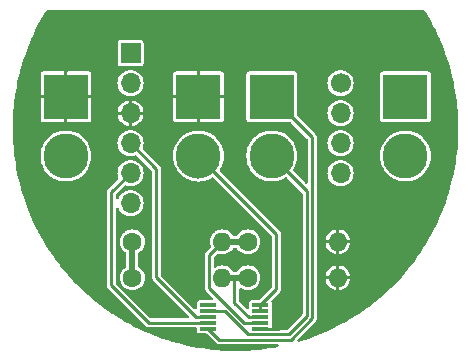
<source format=gbr>
%TF.GenerationSoftware,KiCad,Pcbnew,(7.0.0)*%
%TF.CreationDate,2024-02-03T20:31:02+01:00*%
%TF.ProjectId,Helios_IMU_M,48656c69-6f73-45f4-994d-555f4d2e6b69,rev?*%
%TF.SameCoordinates,PX9058260PY5c4edc0*%
%TF.FileFunction,Copper,L1,Top*%
%TF.FilePolarity,Positive*%
%FSLAX46Y46*%
G04 Gerber Fmt 4.6, Leading zero omitted, Abs format (unit mm)*
G04 Created by KiCad (PCBNEW (7.0.0)) date 2024-02-03 20:31:02*
%MOMM*%
%LPD*%
G01*
G04 APERTURE LIST*
%TA.AperFunction,ComponentPad*%
%ADD10R,3.800000X3.800000*%
%TD*%
%TA.AperFunction,ComponentPad*%
%ADD11C,3.800000*%
%TD*%
%TA.AperFunction,ComponentPad*%
%ADD12R,1.700000X1.700000*%
%TD*%
%TA.AperFunction,ComponentPad*%
%ADD13O,1.700000X1.700000*%
%TD*%
%TA.AperFunction,ComponentPad*%
%ADD14C,1.700000*%
%TD*%
%TA.AperFunction,SMDPad,CuDef*%
%ADD15R,1.425000X0.300000*%
%TD*%
%TA.AperFunction,ComponentPad*%
%ADD16C,1.600000*%
%TD*%
%TA.AperFunction,ComponentPad*%
%ADD17O,1.600000X1.600000*%
%TD*%
%TA.AperFunction,Conductor*%
%ADD18C,0.250000*%
%TD*%
%TA.AperFunction,Conductor*%
%ADD19C,0.500000*%
%TD*%
G04 APERTURE END LIST*
D10*
%TO.P,J4,1,Pin_1*%
%TO.N,SCL*%
X14378999Y2644999D03*
D11*
%TO.P,J4,2,Pin_2*%
%TO.N,SDA*%
X14379000Y-2355000D03*
%TD*%
D10*
%TO.P,J3,1,Pin_1*%
%TO.N,GND*%
X-14355999Y2644999D03*
D11*
%TO.P,J3,2,Pin_2*%
%TO.N,VCC*%
X-14356000Y-2355000D03*
%TD*%
D12*
%TO.P,IMU1,1,Vin*%
%TO.N,VCC*%
X-8889999Y6349999D03*
D13*
%TO.P,IMU1,2,3V3*%
%TO.N,unconnected-(IMU1-3V3-Pad2)*%
X-8889999Y3809999D03*
%TO.P,IMU1,3,GND*%
%TO.N,GND*%
X-8889999Y1269999D03*
%TO.P,IMU1,4,SDA*%
%TO.N,SDA_OUT*%
X-8889999Y-1269999D03*
%TO.P,IMU1,5,SCL*%
%TO.N,SCL_OUT*%
X-8889999Y-3809999D03*
%TO.P,IMU1,6,RST*%
%TO.N,unconnected-(IMU1-RST-Pad6)*%
X-8889999Y-6349999D03*
%TO.P,IMU1,7,ADR*%
%TO.N,unconnected-(IMU1-ADR-Pad7)*%
X8889999Y-3809999D03*
%TO.P,IMU1,8,INT*%
%TO.N,unconnected-(IMU1-INT-Pad8)*%
X8889999Y-1269999D03*
%TO.P,IMU1,9,PS1*%
%TO.N,unconnected-(IMU1-PS1-Pad9)*%
X8889999Y1269999D03*
D14*
%TO.P,IMU1,10,PS0*%
%TO.N,unconnected-(IMU1-PS0-Pad10)*%
X8890000Y3810000D03*
%TD*%
D15*
%TO.P,LTC4316,1,GND*%
%TO.N,GND*%
X2112999Y-16983999D03*
%TO.P,LTC4316,2,XORH*%
%TO.N,XORH*%
X2112999Y-16483999D03*
%TO.P,LTC4316,3,XORL*%
%TO.N,XORL*%
X2112999Y-15983999D03*
%TO.P,LTC4316,4,VCC*%
%TO.N,VCC*%
X2112999Y-15483999D03*
%TO.P,LTC4316,5,ENABLE*%
X2112999Y-14983999D03*
%TO.P,LTC4316,6,READY*%
%TO.N,unconnected-(IC1-READY-Pad6)*%
X-2310999Y-14983999D03*
%TO.P,LTC4316,7,SDAIN*%
%TO.N,SDA*%
X-2310999Y-15483999D03*
%TO.P,LTC4316,8,SDAOUT*%
%TO.N,SDA_OUT*%
X-2310999Y-15983999D03*
%TO.P,LTC4316,9,SCLOUT*%
%TO.N,SCL_OUT*%
X-2310999Y-16483999D03*
%TO.P,LTC4316,10,SCLIN*%
%TO.N,SCL*%
X-2310999Y-16983999D03*
%TD*%
D10*
%TO.P,J1,1,Pin_1*%
%TO.N,GND*%
X-3146999Y2644999D03*
D11*
%TO.P,J1,2,Pin_2*%
%TO.N,VCC*%
X-3147000Y-2355000D03*
%TD*%
D16*
%TO.P,RHT,1*%
%TO.N,VCC*%
X-8735000Y-9634000D03*
D17*
%TO.P,RHT,2*%
%TO.N,XORH*%
X-1114999Y-9633999D03*
%TD*%
D10*
%TO.P,J2,1,Pin_1*%
%TO.N,SCL*%
X3075999Y2644999D03*
D11*
%TO.P,J2,2,Pin_2*%
%TO.N,SDA*%
X3076000Y-2355000D03*
%TD*%
D16*
%TO.P,RHB,1*%
%TO.N,XORH*%
X1044000Y-9634000D03*
D17*
%TO.P,RHB,2*%
%TO.N,GND*%
X8663999Y-9633999D03*
%TD*%
D16*
%TO.P,RLB,1*%
%TO.N,XORL*%
X1044000Y-12682000D03*
D17*
%TO.P,RLB,2*%
%TO.N,GND*%
X8663999Y-12681999D03*
%TD*%
D16*
%TO.P,RLT,1*%
%TO.N,VCC*%
X-8735000Y-12682000D03*
D17*
%TO.P,RLT,2*%
%TO.N,XORL*%
X-1114999Y-12681999D03*
%TD*%
D18*
%TO.N,GND*%
X3600000Y-16984000D02*
X3838000Y-16746000D01*
X2113000Y-16984000D02*
X3600000Y-16984000D01*
%TO.N,XORH*%
X-2240000Y-10759000D02*
X-1115000Y-9634000D01*
X-2240000Y-13507104D02*
X-2240000Y-10759000D01*
X736896Y-16484000D02*
X-2240000Y-13507104D01*
D19*
X1044000Y-9634000D02*
X-1115000Y-9634000D01*
D18*
X2113000Y-16484000D02*
X736896Y-16484000D01*
D19*
%TO.N,XORL*%
X1044000Y-12682000D02*
X-99000Y-12682000D01*
D18*
X2113000Y-15984000D02*
X1100500Y-15984000D01*
X1100500Y-15984000D02*
X-99000Y-14784500D01*
X-99000Y-14784500D02*
X-99000Y-12682000D01*
D19*
X-99000Y-12682000D02*
X-1115000Y-12682000D01*
D18*
%TO.N,VCC*%
X2113000Y-14984000D02*
X3457000Y-13640000D01*
D19*
X-8735000Y-9634000D02*
X-8735000Y-12682000D01*
D18*
X3457000Y-8959000D02*
X-3147000Y-2355000D01*
X3457000Y-13640000D02*
X3457000Y-8959000D01*
X2113000Y-14984000D02*
X2113000Y-15484000D01*
D19*
X-3147000Y-4046000D02*
X-3147000Y-2355000D01*
D18*
%TO.N,SDA*%
X3076000Y-2355000D02*
X6055000Y-5334000D01*
X1075500Y-17459000D02*
X-899500Y-15484000D01*
X6055000Y-15924604D02*
X4520604Y-17459000D01*
X6055000Y-5334000D02*
X6055000Y-15924604D01*
X4520604Y-17459000D02*
X1075500Y-17459000D01*
X-899500Y-15484000D02*
X-2311000Y-15484000D01*
%TO.N,SDA_OUT*%
X-8890000Y-1270000D02*
X-6703000Y-3457000D01*
X-6703000Y-12604500D02*
X-3323500Y-15984000D01*
X-3323500Y-15984000D02*
X-2311000Y-15984000D01*
X-6703000Y-3457000D02*
X-6703000Y-12604500D01*
%TO.N,SCL_OUT*%
X-10513000Y-5433000D02*
X-8890000Y-3810000D01*
X-10513000Y-13317000D02*
X-10513000Y-5433000D01*
X-7346000Y-16484000D02*
X-10513000Y-13317000D01*
X-2311000Y-16484000D02*
X-7346000Y-16484000D01*
%TO.N,SCL*%
X4707000Y-17909000D02*
X-1386000Y-17909000D01*
X3076000Y2645000D02*
X6505000Y-784000D01*
X6505000Y-16111000D02*
X4707000Y-17909000D01*
X6505000Y-784000D02*
X6505000Y-16111000D01*
X-1386000Y-17909000D02*
X-2311000Y-16984000D01*
%TD*%
%TA.AperFunction,Conductor*%
%TO.N,GND*%
G36*
X15990208Y9988358D02*
G01*
X16035520Y9943900D01*
X16439096Y9264568D01*
X16441880Y9259626D01*
X16453171Y9238472D01*
X16845967Y8502522D01*
X16848525Y8497454D01*
X17173970Y7814122D01*
X17174036Y7813983D01*
X17218712Y7719876D01*
X17220969Y7714835D01*
X17480388Y7099005D01*
X17480471Y7098806D01*
X17555682Y6919392D01*
X17557682Y6914310D01*
X17771255Y6334455D01*
X17771304Y6334178D01*
X17771351Y6334194D01*
X17855450Y6104279D01*
X17857194Y6099169D01*
X18034458Y5540243D01*
X18034560Y5539919D01*
X18117395Y5276229D01*
X18118885Y5271103D01*
X18264670Y4726003D01*
X18264773Y4725615D01*
X18340955Y4437026D01*
X18342193Y4431898D01*
X18459469Y3896253D01*
X18459567Y3895801D01*
X18525664Y3588425D01*
X18526653Y3583305D01*
X18617257Y3054707D01*
X18621331Y3030326D01*
X18671128Y2732225D01*
X18671871Y2727127D01*
X18736958Y2204799D01*
X18737029Y2204217D01*
X18777042Y1870247D01*
X18777544Y1865181D01*
X18818037Y1348298D01*
X18818086Y1347651D01*
X18843179Y1004306D01*
X18843444Y999284D01*
X18860031Y487427D01*
X18860052Y486718D01*
X18869400Y136279D01*
X18869433Y131311D01*
X18862646Y-375457D01*
X18862633Y-376228D01*
X18855653Y-732066D01*
X18855460Y-736968D01*
X18825761Y-1238198D01*
X18825709Y-1239029D01*
X18801963Y-1598867D01*
X18801549Y-1603694D01*
X18749369Y-2098969D01*
X18749273Y-2099859D01*
X18708450Y-2462224D01*
X18707823Y-2466965D01*
X18633490Y-2956305D01*
X18633342Y-2957250D01*
X18575316Y-3320343D01*
X18574483Y-3324990D01*
X18478406Y-3807518D01*
X18478203Y-3808515D01*
X18402833Y-4171457D01*
X18401800Y-4176000D01*
X18284359Y-4651114D01*
X18284095Y-4652162D01*
X18191378Y-5013707D01*
X18190154Y-5018138D01*
X18051745Y-5485166D01*
X18051415Y-5486259D01*
X17941387Y-5845352D01*
X17939980Y-5849664D01*
X17781051Y-6307817D01*
X17780651Y-6308952D01*
X17653391Y-6664624D01*
X17651808Y-6668808D01*
X17472768Y-7117472D01*
X17472293Y-7118645D01*
X17328017Y-7469744D01*
X17326267Y-7473795D01*
X17127549Y-7912313D01*
X17126995Y-7913518D01*
X16965952Y-8259016D01*
X16964045Y-8262927D01*
X16746120Y-8690603D01*
X16745483Y-8691836D01*
X16567962Y-9030784D01*
X16565907Y-9034549D01*
X16329299Y-9450633D01*
X16328575Y-9451889D01*
X16134863Y-9783456D01*
X16132668Y-9787069D01*
X15877941Y-10190814D01*
X15877127Y-10192088D01*
X15667616Y-10515362D01*
X15665292Y-10518819D01*
X15392933Y-10909648D01*
X15392025Y-10910933D01*
X15167189Y-11224996D01*
X15164745Y-11228293D01*
X14875417Y-11605420D01*
X14874414Y-11606711D01*
X14634660Y-11910831D01*
X14632106Y-11913964D01*
X14326339Y-12276837D01*
X14325236Y-12278127D01*
X14071124Y-12571454D01*
X14068470Y-12574420D01*
X13747006Y-12922279D01*
X13745803Y-12923563D01*
X13477815Y-13205425D01*
X13475071Y-13208221D01*
X13138557Y-13540472D01*
X13137252Y-13541742D01*
X12855953Y-13811437D01*
X12853127Y-13814063D01*
X12502225Y-14130142D01*
X12500818Y-14131390D01*
X12206906Y-14388163D01*
X12204009Y-14390616D01*
X11839449Y-14689941D01*
X11837937Y-14691163D01*
X11532008Y-14934420D01*
X11529052Y-14936700D01*
X11151640Y-15218677D01*
X11150023Y-15219864D01*
X10832658Y-15449073D01*
X10829650Y-15451179D01*
X10440152Y-15715296D01*
X10438431Y-15716442D01*
X10110429Y-15930965D01*
X10107380Y-15932896D01*
X9706630Y-16178647D01*
X9704805Y-16179745D01*
X9366770Y-16379133D01*
X9363688Y-16380892D01*
X8952455Y-16607851D01*
X8950528Y-16608892D01*
X8603297Y-16792602D01*
X8600192Y-16794189D01*
X8179363Y-17001910D01*
X8177335Y-17002889D01*
X7821656Y-17170488D01*
X7818538Y-17171905D01*
X7388877Y-17360044D01*
X7386748Y-17360952D01*
X7023400Y-17512037D01*
X7020277Y-17513286D01*
X6582817Y-17681422D01*
X6580592Y-17682253D01*
X6210343Y-17816474D01*
X6207224Y-17817558D01*
X5762750Y-17965421D01*
X5760429Y-17966168D01*
X5399091Y-18078534D01*
X5333995Y-18080860D01*
X5276702Y-18049871D01*
X5243020Y-17994118D01*
X5242244Y-17928985D01*
X5274587Y-17872448D01*
X6733893Y-16413143D01*
X6753748Y-16397020D01*
X6762836Y-16391084D01*
X6782271Y-16366111D01*
X6785744Y-16362208D01*
X6785573Y-16362063D01*
X6788885Y-16358152D01*
X6792520Y-16354518D01*
X6804608Y-16337585D01*
X6807647Y-16333508D01*
X6839809Y-16292189D01*
X6842390Y-16284668D01*
X6847010Y-16278199D01*
X6861955Y-16227995D01*
X6863479Y-16223238D01*
X6880500Y-16173660D01*
X6880500Y-16165706D01*
X6882768Y-16158088D01*
X6880606Y-16105807D01*
X6880500Y-16100684D01*
X6880500Y-12824275D01*
X7622931Y-12824275D01*
X7628595Y-12881780D01*
X7630958Y-12893658D01*
X7687464Y-13079934D01*
X7692103Y-13091134D01*
X7783857Y-13262795D01*
X7790599Y-13272884D01*
X7914082Y-13423348D01*
X7922651Y-13431917D01*
X8073115Y-13555400D01*
X8083204Y-13562142D01*
X8254865Y-13653896D01*
X8266065Y-13658535D01*
X8452341Y-13715041D01*
X8464219Y-13717404D01*
X8521724Y-13723068D01*
X8535230Y-13720610D01*
X8539000Y-13707411D01*
X8789000Y-13707411D01*
X8792769Y-13720610D01*
X8806275Y-13723068D01*
X8863780Y-13717404D01*
X8875658Y-13715041D01*
X9061934Y-13658535D01*
X9073134Y-13653896D01*
X9244795Y-13562142D01*
X9254884Y-13555400D01*
X9405348Y-13431917D01*
X9413917Y-13423348D01*
X9537400Y-13272884D01*
X9544142Y-13262795D01*
X9635896Y-13091134D01*
X9640535Y-13079934D01*
X9697041Y-12893658D01*
X9699404Y-12881780D01*
X9705068Y-12824275D01*
X9702610Y-12810769D01*
X9689411Y-12807000D01*
X8805326Y-12807000D01*
X8792450Y-12810450D01*
X8789000Y-12823326D01*
X8789000Y-13707411D01*
X8539000Y-13707411D01*
X8539000Y-12823326D01*
X8535549Y-12810450D01*
X8522674Y-12807000D01*
X7638589Y-12807000D01*
X7625389Y-12810769D01*
X7622931Y-12824275D01*
X6880500Y-12824275D01*
X6880500Y-12539724D01*
X7622931Y-12539724D01*
X7625389Y-12553230D01*
X7638589Y-12557000D01*
X8522674Y-12557000D01*
X8535549Y-12553549D01*
X8539000Y-12540674D01*
X8789000Y-12540674D01*
X8792450Y-12553549D01*
X8805326Y-12557000D01*
X9689411Y-12557000D01*
X9702610Y-12553230D01*
X9705068Y-12539724D01*
X9699404Y-12482219D01*
X9697041Y-12470341D01*
X9640535Y-12284065D01*
X9635896Y-12272865D01*
X9544142Y-12101204D01*
X9537400Y-12091115D01*
X9413917Y-11940651D01*
X9405348Y-11932082D01*
X9254884Y-11808599D01*
X9244795Y-11801857D01*
X9073134Y-11710103D01*
X9061934Y-11705464D01*
X8875658Y-11648958D01*
X8863780Y-11646595D01*
X8806275Y-11640931D01*
X8792769Y-11643389D01*
X8789000Y-11656589D01*
X8789000Y-12540674D01*
X8539000Y-12540674D01*
X8539000Y-11656589D01*
X8535230Y-11643389D01*
X8521724Y-11640931D01*
X8464219Y-11646595D01*
X8452341Y-11648958D01*
X8266065Y-11705464D01*
X8254865Y-11710103D01*
X8083204Y-11801857D01*
X8073115Y-11808599D01*
X7922651Y-11932082D01*
X7914082Y-11940651D01*
X7790599Y-12091115D01*
X7783857Y-12101204D01*
X7692103Y-12272865D01*
X7687464Y-12284065D01*
X7630958Y-12470341D01*
X7628595Y-12482219D01*
X7622931Y-12539724D01*
X6880500Y-12539724D01*
X6880500Y-9776275D01*
X7622931Y-9776275D01*
X7628595Y-9833780D01*
X7630958Y-9845658D01*
X7687464Y-10031934D01*
X7692103Y-10043134D01*
X7783857Y-10214795D01*
X7790599Y-10224884D01*
X7914082Y-10375348D01*
X7922651Y-10383917D01*
X8073115Y-10507400D01*
X8083204Y-10514142D01*
X8254865Y-10605896D01*
X8266065Y-10610535D01*
X8452341Y-10667041D01*
X8464219Y-10669404D01*
X8521724Y-10675068D01*
X8535230Y-10672610D01*
X8539000Y-10659411D01*
X8789000Y-10659411D01*
X8792769Y-10672610D01*
X8806275Y-10675068D01*
X8863780Y-10669404D01*
X8875658Y-10667041D01*
X9061934Y-10610535D01*
X9073134Y-10605896D01*
X9244795Y-10514142D01*
X9254884Y-10507400D01*
X9405348Y-10383917D01*
X9413917Y-10375348D01*
X9537400Y-10224884D01*
X9544142Y-10214795D01*
X9635896Y-10043134D01*
X9640535Y-10031934D01*
X9697041Y-9845658D01*
X9699404Y-9833780D01*
X9705068Y-9776275D01*
X9702610Y-9762769D01*
X9689411Y-9759000D01*
X8805326Y-9759000D01*
X8792450Y-9762450D01*
X8789000Y-9775326D01*
X8789000Y-10659411D01*
X8539000Y-10659411D01*
X8539000Y-9775326D01*
X8535549Y-9762450D01*
X8522674Y-9759000D01*
X7638589Y-9759000D01*
X7625389Y-9762769D01*
X7622931Y-9776275D01*
X6880500Y-9776275D01*
X6880500Y-9491724D01*
X7622931Y-9491724D01*
X7625389Y-9505230D01*
X7638589Y-9509000D01*
X8522674Y-9509000D01*
X8535549Y-9505549D01*
X8539000Y-9492674D01*
X8789000Y-9492674D01*
X8792450Y-9505549D01*
X8805326Y-9509000D01*
X9689411Y-9509000D01*
X9702610Y-9505230D01*
X9705068Y-9491724D01*
X9699404Y-9434219D01*
X9697041Y-9422341D01*
X9640535Y-9236065D01*
X9635896Y-9224865D01*
X9544142Y-9053204D01*
X9537400Y-9043115D01*
X9413917Y-8892651D01*
X9405348Y-8884082D01*
X9254884Y-8760599D01*
X9244795Y-8753857D01*
X9073134Y-8662103D01*
X9061934Y-8657464D01*
X8875658Y-8600958D01*
X8863780Y-8598595D01*
X8806275Y-8592931D01*
X8792769Y-8595389D01*
X8789000Y-8608589D01*
X8789000Y-9492674D01*
X8539000Y-9492674D01*
X8539000Y-8608589D01*
X8535230Y-8595389D01*
X8521724Y-8592931D01*
X8464219Y-8598595D01*
X8452341Y-8600958D01*
X8266065Y-8657464D01*
X8254865Y-8662103D01*
X8083204Y-8753857D01*
X8073115Y-8760599D01*
X7922651Y-8884082D01*
X7914082Y-8892651D01*
X7790599Y-9043115D01*
X7783857Y-9053204D01*
X7692103Y-9224865D01*
X7687464Y-9236065D01*
X7630958Y-9422341D01*
X7628595Y-9434219D01*
X7622931Y-9491724D01*
X6880500Y-9491724D01*
X6880500Y-3810000D01*
X7784785Y-3810000D01*
X7803603Y-4013083D01*
X7805171Y-4018594D01*
X7805173Y-4018604D01*
X7857847Y-4203731D01*
X7857849Y-4203735D01*
X7859418Y-4209250D01*
X7950327Y-4391821D01*
X7953779Y-4396392D01*
X8069778Y-4550001D01*
X8069783Y-4550006D01*
X8073236Y-4554579D01*
X8077472Y-4558440D01*
X8077476Y-4558445D01*
X8099038Y-4578101D01*
X8223959Y-4691981D01*
X8397363Y-4799348D01*
X8587544Y-4873024D01*
X8788024Y-4910500D01*
X8986247Y-4910500D01*
X8991976Y-4910500D01*
X9192456Y-4873024D01*
X9382637Y-4799348D01*
X9556041Y-4691981D01*
X9706764Y-4554579D01*
X9829673Y-4391821D01*
X9920582Y-4209250D01*
X9976397Y-4013083D01*
X9995215Y-3810000D01*
X9976397Y-3606917D01*
X9961528Y-3554660D01*
X9922152Y-3416268D01*
X9920582Y-3410750D01*
X9829673Y-3228179D01*
X9781176Y-3163959D01*
X9710221Y-3069998D01*
X9710217Y-3069994D01*
X9706764Y-3065421D01*
X9702527Y-3061558D01*
X9702523Y-3061554D01*
X9560275Y-2931879D01*
X9560276Y-2931879D01*
X9556041Y-2928019D01*
X9551171Y-2925004D01*
X9551169Y-2925002D01*
X9387511Y-2823670D01*
X9387512Y-2823670D01*
X9382637Y-2820652D01*
X9377294Y-2818582D01*
X9197803Y-2749047D01*
X9197798Y-2749045D01*
X9192456Y-2746976D01*
X9186818Y-2745922D01*
X8997605Y-2710552D01*
X8997602Y-2710551D01*
X8991976Y-2709500D01*
X8788024Y-2709500D01*
X8782398Y-2710551D01*
X8782394Y-2710552D01*
X8593181Y-2745922D01*
X8593178Y-2745922D01*
X8587544Y-2746976D01*
X8582203Y-2749044D01*
X8582196Y-2749047D01*
X8402705Y-2818582D01*
X8402700Y-2818584D01*
X8397363Y-2820652D01*
X8392491Y-2823668D01*
X8392488Y-2823670D01*
X8228830Y-2925002D01*
X8228822Y-2925007D01*
X8223959Y-2928019D01*
X8219728Y-2931875D01*
X8219724Y-2931879D01*
X8077476Y-3061554D01*
X8077466Y-3061564D01*
X8073236Y-3065421D01*
X8069787Y-3069987D01*
X8069778Y-3069998D01*
X7953779Y-3223607D01*
X7953776Y-3223611D01*
X7950327Y-3228179D01*
X7947774Y-3233304D01*
X7947772Y-3233309D01*
X7863347Y-3402859D01*
X7859418Y-3410750D01*
X7857850Y-3416258D01*
X7857847Y-3416268D01*
X7805173Y-3601395D01*
X7805170Y-3601406D01*
X7803603Y-3606917D01*
X7803073Y-3612627D01*
X7803073Y-3612632D01*
X7793271Y-3718418D01*
X7784785Y-3810000D01*
X6880500Y-3810000D01*
X6880500Y-1270000D01*
X7784785Y-1270000D01*
X7803603Y-1473083D01*
X7805171Y-1478594D01*
X7805173Y-1478604D01*
X7857847Y-1663731D01*
X7857849Y-1663737D01*
X7859418Y-1669250D01*
X7950327Y-1851821D01*
X7953779Y-1856392D01*
X8069778Y-2010001D01*
X8069783Y-2010006D01*
X8073236Y-2014579D01*
X8077472Y-2018440D01*
X8077476Y-2018445D01*
X8166784Y-2099859D01*
X8223959Y-2151981D01*
X8397363Y-2259348D01*
X8587544Y-2333024D01*
X8788024Y-2370500D01*
X8986247Y-2370500D01*
X8991976Y-2370500D01*
X9074894Y-2355000D01*
X12223475Y-2355000D01*
X12243552Y-2648511D01*
X12244413Y-2652658D01*
X12244415Y-2652667D01*
X12302544Y-2932397D01*
X12303408Y-2936554D01*
X12304826Y-2940546D01*
X12304829Y-2940554D01*
X12400507Y-3209767D01*
X12401928Y-3213764D01*
X12403875Y-3217522D01*
X12403877Y-3217526D01*
X12535328Y-3471213D01*
X12537278Y-3474976D01*
X12561157Y-3508805D01*
X12704490Y-3711863D01*
X12704494Y-3711868D01*
X12706935Y-3715326D01*
X12907740Y-3930335D01*
X13135951Y-4115999D01*
X13387318Y-4268859D01*
X13391203Y-4270546D01*
X13391204Y-4270547D01*
X13547102Y-4338263D01*
X13657159Y-4386067D01*
X13880775Y-4448721D01*
X13936365Y-4464297D01*
X13936367Y-4464297D01*
X13940445Y-4465440D01*
X14231902Y-4505500D01*
X14521861Y-4505500D01*
X14526098Y-4505500D01*
X14817555Y-4465440D01*
X15100841Y-4386067D01*
X15370682Y-4268859D01*
X15622049Y-4115999D01*
X15850260Y-3930335D01*
X16051065Y-3715326D01*
X16220722Y-3474976D01*
X16356072Y-3213764D01*
X16454592Y-2936554D01*
X16514448Y-2648511D01*
X16534525Y-2355000D01*
X16514448Y-2061489D01*
X16454592Y-1773446D01*
X16356072Y-1496236D01*
X16220722Y-1235024D01*
X16051065Y-994674D01*
X15890679Y-822943D01*
X15853147Y-782756D01*
X15853145Y-782754D01*
X15850260Y-779665D01*
X15622049Y-594001D01*
X15370682Y-441141D01*
X15366802Y-439455D01*
X15366795Y-439452D01*
X15104722Y-325618D01*
X15104712Y-325614D01*
X15100841Y-323933D01*
X15096769Y-322792D01*
X14821634Y-245702D01*
X14821621Y-245699D01*
X14817555Y-244560D01*
X14813368Y-243984D01*
X14813356Y-243982D01*
X14530295Y-205076D01*
X14530282Y-205075D01*
X14526098Y-204500D01*
X14231902Y-204500D01*
X14227718Y-205075D01*
X14227704Y-205076D01*
X13944643Y-243982D01*
X13944628Y-243984D01*
X13940445Y-244560D01*
X13936381Y-245698D01*
X13936365Y-245702D01*
X13661230Y-322792D01*
X13661225Y-322793D01*
X13657159Y-323933D01*
X13653291Y-325612D01*
X13653277Y-325618D01*
X13391204Y-439452D01*
X13391191Y-439458D01*
X13387318Y-441141D01*
X13383707Y-443336D01*
X13383699Y-443341D01*
X13139563Y-591804D01*
X13139557Y-591807D01*
X13135951Y-594001D01*
X13132676Y-596664D01*
X13132668Y-596671D01*
X12911025Y-776992D01*
X12911021Y-776995D01*
X12907740Y-779665D01*
X12904861Y-782747D01*
X12904852Y-782756D01*
X12709823Y-991581D01*
X12709818Y-991586D01*
X12706935Y-994674D01*
X12704499Y-998124D01*
X12704490Y-998136D01*
X12539724Y-1231558D01*
X12539720Y-1231563D01*
X12537278Y-1235024D01*
X12535332Y-1238778D01*
X12535328Y-1238786D01*
X12403877Y-1492473D01*
X12403872Y-1492483D01*
X12401928Y-1496236D01*
X12400511Y-1500221D01*
X12400507Y-1500232D01*
X12304829Y-1769445D01*
X12304825Y-1769457D01*
X12303408Y-1773446D01*
X12302545Y-1777596D01*
X12302544Y-1777602D01*
X12244415Y-2057332D01*
X12244413Y-2057343D01*
X12243552Y-2061489D01*
X12243263Y-2065713D01*
X12243262Y-2065721D01*
X12227366Y-2298119D01*
X12223475Y-2355000D01*
X9074894Y-2355000D01*
X9192456Y-2333024D01*
X9382637Y-2259348D01*
X9556041Y-2151981D01*
X9706764Y-2014579D01*
X9829673Y-1851821D01*
X9920582Y-1669250D01*
X9976397Y-1473083D01*
X9995215Y-1270000D01*
X9976397Y-1066917D01*
X9920582Y-870750D01*
X9829673Y-688179D01*
X9770492Y-609811D01*
X9710221Y-529998D01*
X9710217Y-529994D01*
X9706764Y-525421D01*
X9702527Y-521558D01*
X9702523Y-521554D01*
X9560275Y-391879D01*
X9560276Y-391879D01*
X9556041Y-388019D01*
X9551171Y-385004D01*
X9551169Y-385002D01*
X9387511Y-283670D01*
X9387512Y-283670D01*
X9382637Y-280652D01*
X9377294Y-278582D01*
X9197803Y-209047D01*
X9197798Y-209045D01*
X9192456Y-206976D01*
X9182292Y-205076D01*
X8997605Y-170552D01*
X8997602Y-170551D01*
X8991976Y-169500D01*
X8788024Y-169500D01*
X8782398Y-170551D01*
X8782394Y-170552D01*
X8593181Y-205922D01*
X8593178Y-205922D01*
X8587544Y-206976D01*
X8582203Y-209044D01*
X8582196Y-209047D01*
X8402705Y-278582D01*
X8402700Y-278584D01*
X8397363Y-280652D01*
X8392491Y-283668D01*
X8392488Y-283670D01*
X8228830Y-385002D01*
X8228822Y-385007D01*
X8223959Y-388019D01*
X8219728Y-391875D01*
X8219724Y-391879D01*
X8077476Y-521554D01*
X8077466Y-521564D01*
X8073236Y-525421D01*
X8069787Y-529987D01*
X8069778Y-529998D01*
X7953779Y-683607D01*
X7953776Y-683611D01*
X7950327Y-688179D01*
X7947774Y-693304D01*
X7947772Y-693309D01*
X7876819Y-835803D01*
X7859418Y-870750D01*
X7857850Y-876258D01*
X7857847Y-876268D01*
X7805173Y-1061395D01*
X7805170Y-1061406D01*
X7803603Y-1066917D01*
X7784785Y-1270000D01*
X6880500Y-1270000D01*
X6880500Y-835803D01*
X6883139Y-810357D01*
X6883141Y-810343D01*
X6885367Y-799731D01*
X6881451Y-768324D01*
X6881128Y-763113D01*
X6880924Y-763130D01*
X6880500Y-758015D01*
X6880500Y-752886D01*
X6877069Y-732329D01*
X6876342Y-727340D01*
X6869865Y-675374D01*
X6866373Y-668232D01*
X6865065Y-660390D01*
X6840156Y-614363D01*
X6837814Y-609811D01*
X6819339Y-572020D01*
X6814826Y-562788D01*
X6809201Y-557163D01*
X6805419Y-550174D01*
X6766905Y-514719D01*
X6763231Y-511193D01*
X5262819Y989219D01*
X5235939Y1029447D01*
X5226500Y1076900D01*
X5226500Y1270000D01*
X7784785Y1270000D01*
X7785314Y1264291D01*
X7796367Y1145000D01*
X7803603Y1066917D01*
X7805171Y1061406D01*
X7805173Y1061396D01*
X7857847Y876269D01*
X7857849Y876263D01*
X7859418Y870750D01*
X7950327Y688179D01*
X7953779Y683608D01*
X8069778Y529999D01*
X8069783Y529994D01*
X8073236Y525421D01*
X8077472Y521560D01*
X8077476Y521555D01*
X8141876Y462847D01*
X8223959Y388019D01*
X8397363Y280652D01*
X8587544Y206976D01*
X8788024Y169500D01*
X8986247Y169500D01*
X8991976Y169500D01*
X9192456Y206976D01*
X9382637Y280652D01*
X9556041Y388019D01*
X9706764Y525421D01*
X9829673Y688179D01*
X9845680Y720326D01*
X12228500Y720326D01*
X12229688Y714351D01*
X12229689Y714347D01*
X12240650Y659241D01*
X12240651Y659238D01*
X12243034Y647260D01*
X12298399Y564399D01*
X12381260Y509034D01*
X12454326Y494500D01*
X16297579Y494500D01*
X16303674Y494500D01*
X16376740Y509034D01*
X16459601Y564399D01*
X16514966Y647260D01*
X16529500Y720326D01*
X16529500Y4569674D01*
X16514966Y4642740D01*
X16459601Y4725601D01*
X16376740Y4780966D01*
X16364762Y4783349D01*
X16364759Y4783350D01*
X16309653Y4794311D01*
X16309649Y4794312D01*
X16303674Y4795500D01*
X12454326Y4795500D01*
X12448351Y4794312D01*
X12448346Y4794311D01*
X12393240Y4783350D01*
X12393235Y4783349D01*
X12381260Y4780966D01*
X12371105Y4774181D01*
X12371103Y4774180D01*
X12308551Y4732385D01*
X12308548Y4732383D01*
X12298399Y4725601D01*
X12291617Y4715452D01*
X12291615Y4715449D01*
X12249820Y4652897D01*
X12249819Y4652895D01*
X12243034Y4642740D01*
X12240651Y4630765D01*
X12240650Y4630760D01*
X12229689Y4575654D01*
X12229688Y4575649D01*
X12228500Y4569674D01*
X12228500Y720326D01*
X9845680Y720326D01*
X9920582Y870750D01*
X9976397Y1066917D01*
X9995215Y1270000D01*
X9976397Y1473083D01*
X9920582Y1669250D01*
X9829673Y1851821D01*
X9781176Y1916041D01*
X9710221Y2010002D01*
X9710217Y2010006D01*
X9706764Y2014579D01*
X9702527Y2018442D01*
X9702523Y2018446D01*
X9560275Y2148121D01*
X9560276Y2148121D01*
X9556041Y2151981D01*
X9551171Y2154996D01*
X9551169Y2154998D01*
X9387511Y2256330D01*
X9387512Y2256330D01*
X9382637Y2259348D01*
X9377294Y2261418D01*
X9197803Y2330953D01*
X9197798Y2330955D01*
X9192456Y2333024D01*
X9186818Y2334078D01*
X8997605Y2369448D01*
X8997602Y2369449D01*
X8991976Y2370500D01*
X8788024Y2370500D01*
X8782398Y2369449D01*
X8782394Y2369448D01*
X8593181Y2334078D01*
X8593178Y2334078D01*
X8587544Y2333024D01*
X8582203Y2330956D01*
X8582196Y2330953D01*
X8402705Y2261418D01*
X8402700Y2261416D01*
X8397363Y2259348D01*
X8392491Y2256332D01*
X8392488Y2256330D01*
X8228830Y2154998D01*
X8228822Y2154993D01*
X8223959Y2151981D01*
X8219728Y2148125D01*
X8219724Y2148121D01*
X8077476Y2018446D01*
X8077466Y2018436D01*
X8073236Y2014579D01*
X8069787Y2010013D01*
X8069778Y2010002D01*
X7953779Y1856393D01*
X7953776Y1856389D01*
X7950327Y1851821D01*
X7947774Y1846696D01*
X7947772Y1846691D01*
X7947640Y1846425D01*
X7859418Y1669250D01*
X7857850Y1663742D01*
X7857847Y1663732D01*
X7805173Y1478605D01*
X7805170Y1478594D01*
X7803603Y1473083D01*
X7803073Y1467373D01*
X7803073Y1467368D01*
X7785314Y1275709D01*
X7784785Y1270000D01*
X5226500Y1270000D01*
X5226500Y3810000D01*
X7784785Y3810000D01*
X7803603Y3606917D01*
X7805171Y3601406D01*
X7805173Y3601396D01*
X7857847Y3416269D01*
X7857849Y3416263D01*
X7859418Y3410750D01*
X7950327Y3228179D01*
X7953779Y3223608D01*
X8069778Y3069999D01*
X8069783Y3069994D01*
X8073236Y3065421D01*
X8077472Y3061560D01*
X8077476Y3061555D01*
X8111733Y3030326D01*
X8223959Y2928019D01*
X8397363Y2820652D01*
X8587544Y2746976D01*
X8788024Y2709500D01*
X8986247Y2709500D01*
X8991976Y2709500D01*
X9192456Y2746976D01*
X9382637Y2820652D01*
X9556041Y2928019D01*
X9706764Y3065421D01*
X9829673Y3228179D01*
X9920582Y3410750D01*
X9976397Y3606917D01*
X9995215Y3810000D01*
X9976397Y4013083D01*
X9920582Y4209250D01*
X9829673Y4391821D01*
X9781176Y4456041D01*
X9710221Y4550002D01*
X9710217Y4550006D01*
X9706764Y4554579D01*
X9702527Y4558442D01*
X9702523Y4558446D01*
X9560275Y4688121D01*
X9560276Y4688121D01*
X9556041Y4691981D01*
X9551171Y4694996D01*
X9551169Y4694998D01*
X9395231Y4791550D01*
X9382637Y4799348D01*
X9377294Y4801418D01*
X9197803Y4870953D01*
X9197798Y4870955D01*
X9192456Y4873024D01*
X9186818Y4874078D01*
X8997605Y4909448D01*
X8997602Y4909449D01*
X8991976Y4910500D01*
X8788024Y4910500D01*
X8782398Y4909449D01*
X8782394Y4909448D01*
X8593181Y4874078D01*
X8593178Y4874078D01*
X8587544Y4873024D01*
X8582203Y4870956D01*
X8582196Y4870953D01*
X8402705Y4801418D01*
X8402700Y4801416D01*
X8397363Y4799348D01*
X8392491Y4796332D01*
X8392488Y4796330D01*
X8228830Y4694998D01*
X8228822Y4694993D01*
X8223959Y4691981D01*
X8219728Y4688125D01*
X8219724Y4688121D01*
X8077476Y4558446D01*
X8077466Y4558436D01*
X8073236Y4554579D01*
X8069787Y4550013D01*
X8069778Y4550002D01*
X7953779Y4396393D01*
X7953776Y4396389D01*
X7950327Y4391821D01*
X7947774Y4386696D01*
X7947772Y4386691D01*
X7861976Y4214388D01*
X7859418Y4209250D01*
X7857850Y4203742D01*
X7857847Y4203732D01*
X7805173Y4018605D01*
X7805170Y4018594D01*
X7803603Y4013083D01*
X7784785Y3810000D01*
X5226500Y3810000D01*
X5226500Y4563579D01*
X5226500Y4569674D01*
X5211966Y4642740D01*
X5156601Y4725601D01*
X5073740Y4780966D01*
X5061762Y4783349D01*
X5061759Y4783350D01*
X5006653Y4794311D01*
X5006649Y4794312D01*
X5000674Y4795500D01*
X1151326Y4795500D01*
X1145351Y4794312D01*
X1145346Y4794311D01*
X1090240Y4783350D01*
X1090235Y4783349D01*
X1078260Y4780966D01*
X1068105Y4774181D01*
X1068103Y4774180D01*
X1005551Y4732385D01*
X1005548Y4732383D01*
X995399Y4725601D01*
X988617Y4715452D01*
X988615Y4715449D01*
X946820Y4652897D01*
X946819Y4652895D01*
X940034Y4642740D01*
X937651Y4630765D01*
X937650Y4630760D01*
X926689Y4575654D01*
X926688Y4575649D01*
X925500Y4569674D01*
X925500Y720326D01*
X926688Y714351D01*
X926689Y714347D01*
X937650Y659241D01*
X937651Y659238D01*
X940034Y647260D01*
X995399Y564399D01*
X1078260Y509034D01*
X1151326Y494500D01*
X4644101Y494500D01*
X4691554Y485061D01*
X4731782Y458181D01*
X6093181Y-903218D01*
X6120061Y-943446D01*
X6129500Y-990899D01*
X6129500Y-4578101D01*
X6115985Y-4634396D01*
X6078385Y-4678419D01*
X6024898Y-4700574D01*
X5967182Y-4696032D01*
X5917819Y-4665782D01*
X4912665Y-3660628D01*
X4882590Y-3611801D01*
X4877701Y-3554663D01*
X4899044Y-3501436D01*
X4899046Y-3501433D01*
X4917722Y-3474976D01*
X5053072Y-3213764D01*
X5151592Y-2936554D01*
X5211448Y-2648511D01*
X5231525Y-2355000D01*
X5211448Y-2061489D01*
X5151592Y-1773446D01*
X5053072Y-1496236D01*
X4917722Y-1235024D01*
X4748065Y-994674D01*
X4587679Y-822943D01*
X4550147Y-782756D01*
X4550145Y-782754D01*
X4547260Y-779665D01*
X4319049Y-594001D01*
X4067682Y-441141D01*
X4063802Y-439455D01*
X4063795Y-439452D01*
X3801722Y-325618D01*
X3801712Y-325614D01*
X3797841Y-323933D01*
X3793769Y-322792D01*
X3518634Y-245702D01*
X3518621Y-245699D01*
X3514555Y-244560D01*
X3510368Y-243984D01*
X3510356Y-243982D01*
X3227295Y-205076D01*
X3227282Y-205075D01*
X3223098Y-204500D01*
X2928902Y-204500D01*
X2924718Y-205075D01*
X2924704Y-205076D01*
X2641643Y-243982D01*
X2641628Y-243984D01*
X2637445Y-244560D01*
X2633381Y-245698D01*
X2633365Y-245702D01*
X2358230Y-322792D01*
X2358225Y-322793D01*
X2354159Y-323933D01*
X2350291Y-325612D01*
X2350277Y-325618D01*
X2088204Y-439452D01*
X2088191Y-439458D01*
X2084318Y-441141D01*
X2080707Y-443336D01*
X2080699Y-443341D01*
X1836563Y-591804D01*
X1836557Y-591807D01*
X1832951Y-594001D01*
X1829676Y-596664D01*
X1829668Y-596671D01*
X1608025Y-776992D01*
X1608021Y-776995D01*
X1604740Y-779665D01*
X1601861Y-782747D01*
X1601852Y-782756D01*
X1406823Y-991581D01*
X1406818Y-991586D01*
X1403935Y-994674D01*
X1401499Y-998124D01*
X1401490Y-998136D01*
X1236724Y-1231558D01*
X1236720Y-1231563D01*
X1234278Y-1235024D01*
X1232332Y-1238778D01*
X1232328Y-1238786D01*
X1100877Y-1492473D01*
X1100872Y-1492483D01*
X1098928Y-1496236D01*
X1097511Y-1500221D01*
X1097507Y-1500232D01*
X1001829Y-1769445D01*
X1001825Y-1769457D01*
X1000408Y-1773446D01*
X999545Y-1777596D01*
X999544Y-1777602D01*
X941415Y-2057332D01*
X941413Y-2057343D01*
X940552Y-2061489D01*
X940263Y-2065713D01*
X940262Y-2065721D01*
X924366Y-2298119D01*
X920475Y-2355000D01*
X940552Y-2648511D01*
X941413Y-2652658D01*
X941415Y-2652667D01*
X999544Y-2932397D01*
X1000408Y-2936554D01*
X1001826Y-2940546D01*
X1001829Y-2940554D01*
X1097507Y-3209767D01*
X1098928Y-3213764D01*
X1100875Y-3217522D01*
X1100877Y-3217526D01*
X1232328Y-3471213D01*
X1234278Y-3474976D01*
X1258157Y-3508805D01*
X1401490Y-3711863D01*
X1401494Y-3711868D01*
X1403935Y-3715326D01*
X1604740Y-3930335D01*
X1832951Y-4115999D01*
X2084318Y-4268859D01*
X2088203Y-4270546D01*
X2088204Y-4270547D01*
X2244102Y-4338263D01*
X2354159Y-4386067D01*
X2577775Y-4448721D01*
X2633365Y-4464297D01*
X2633367Y-4464297D01*
X2637445Y-4465440D01*
X2928902Y-4505500D01*
X3218861Y-4505500D01*
X3223098Y-4505500D01*
X3514555Y-4465440D01*
X3797841Y-4386067D01*
X4067682Y-4268859D01*
X4227679Y-4171561D01*
X4279427Y-4154158D01*
X4333634Y-4160668D01*
X4379790Y-4189827D01*
X5643181Y-5453218D01*
X5670061Y-5493446D01*
X5679500Y-5540899D01*
X5679500Y-15717705D01*
X5670061Y-15765158D01*
X5643181Y-15805386D01*
X4401385Y-17047181D01*
X4361157Y-17074061D01*
X4313704Y-17083500D01*
X3144387Y-17083500D01*
X3088092Y-17069985D01*
X3044069Y-17032385D01*
X3021914Y-16978898D01*
X3026456Y-16921182D01*
X3056706Y-16871819D01*
X3071711Y-16856813D01*
X3075500Y-16842674D01*
X3075500Y-16815472D01*
X3074310Y-16803400D01*
X3065573Y-16759475D01*
X3065573Y-16711093D01*
X3076000Y-16658674D01*
X3076000Y-16309326D01*
X3065828Y-16258189D01*
X3065828Y-16209811D01*
X3076000Y-16158674D01*
X3076000Y-15809326D01*
X3065828Y-15758189D01*
X3065828Y-15709811D01*
X3076000Y-15658674D01*
X3076000Y-15309326D01*
X3065828Y-15258189D01*
X3065828Y-15209811D01*
X3076000Y-15158674D01*
X3076000Y-14809326D01*
X3061466Y-14736260D01*
X3054680Y-14726104D01*
X3054679Y-14726101D01*
X3050033Y-14719148D01*
X3030198Y-14666443D01*
X3035718Y-14610401D01*
X3065454Y-14562581D01*
X3685889Y-13942146D01*
X3705747Y-13926021D01*
X3714836Y-13920084D01*
X3734279Y-13895102D01*
X3737742Y-13891209D01*
X3737571Y-13891064D01*
X3740883Y-13887153D01*
X3744519Y-13883518D01*
X3756614Y-13866576D01*
X3759621Y-13862542D01*
X3791809Y-13821189D01*
X3794390Y-13813668D01*
X3799010Y-13807199D01*
X3813955Y-13756995D01*
X3815479Y-13752238D01*
X3832500Y-13702660D01*
X3832500Y-13694706D01*
X3834768Y-13687088D01*
X3832606Y-13634807D01*
X3832500Y-13629684D01*
X3832500Y-9010803D01*
X3835139Y-8985357D01*
X3835141Y-8985343D01*
X3837367Y-8974731D01*
X3833451Y-8943324D01*
X3833128Y-8938113D01*
X3832924Y-8938130D01*
X3832500Y-8933015D01*
X3832500Y-8927886D01*
X3829069Y-8907329D01*
X3828342Y-8902340D01*
X3821865Y-8850374D01*
X3818373Y-8843232D01*
X3817065Y-8835390D01*
X3792156Y-8789363D01*
X3789814Y-8784811D01*
X3775883Y-8756315D01*
X3766826Y-8737788D01*
X3761201Y-8732163D01*
X3757419Y-8725174D01*
X3718905Y-8689719D01*
X3715231Y-8686193D01*
X-1310335Y-3660627D01*
X-1340410Y-3611799D01*
X-1345298Y-3554660D01*
X-1323956Y-3501436D01*
X-1305278Y-3474976D01*
X-1169928Y-3213764D01*
X-1071408Y-2936554D01*
X-1011552Y-2648511D01*
X-991475Y-2355000D01*
X-1011552Y-2061489D01*
X-1071408Y-1773446D01*
X-1169928Y-1496236D01*
X-1305278Y-1235024D01*
X-1474935Y-994674D01*
X-1635321Y-822943D01*
X-1672853Y-782756D01*
X-1672855Y-782754D01*
X-1675740Y-779665D01*
X-1903951Y-594001D01*
X-2155318Y-441141D01*
X-2159198Y-439455D01*
X-2159205Y-439452D01*
X-2421278Y-325618D01*
X-2421288Y-325614D01*
X-2425159Y-323933D01*
X-2429231Y-322792D01*
X-2704366Y-245702D01*
X-2704379Y-245699D01*
X-2708445Y-244560D01*
X-2712632Y-243984D01*
X-2712644Y-243982D01*
X-2995705Y-205076D01*
X-2995718Y-205075D01*
X-2999902Y-204500D01*
X-3294098Y-204500D01*
X-3298282Y-205075D01*
X-3298296Y-205076D01*
X-3581357Y-243982D01*
X-3581372Y-243984D01*
X-3585555Y-244560D01*
X-3589619Y-245698D01*
X-3589635Y-245702D01*
X-3864770Y-322792D01*
X-3864775Y-322793D01*
X-3868841Y-323933D01*
X-3872709Y-325612D01*
X-3872723Y-325618D01*
X-4134796Y-439452D01*
X-4134809Y-439458D01*
X-4138682Y-441141D01*
X-4142293Y-443336D01*
X-4142301Y-443341D01*
X-4386437Y-591804D01*
X-4386443Y-591807D01*
X-4390049Y-594001D01*
X-4393324Y-596664D01*
X-4393332Y-596671D01*
X-4614975Y-776992D01*
X-4614979Y-776995D01*
X-4618260Y-779665D01*
X-4621139Y-782747D01*
X-4621148Y-782756D01*
X-4816177Y-991581D01*
X-4816182Y-991586D01*
X-4819065Y-994674D01*
X-4821501Y-998124D01*
X-4821510Y-998136D01*
X-4986276Y-1231558D01*
X-4986280Y-1231563D01*
X-4988722Y-1235024D01*
X-4990668Y-1238778D01*
X-4990672Y-1238786D01*
X-5122123Y-1492473D01*
X-5122128Y-1492483D01*
X-5124072Y-1496236D01*
X-5125489Y-1500221D01*
X-5125493Y-1500232D01*
X-5221171Y-1769445D01*
X-5221175Y-1769457D01*
X-5222592Y-1773446D01*
X-5223455Y-1777596D01*
X-5223456Y-1777602D01*
X-5281585Y-2057332D01*
X-5281587Y-2057343D01*
X-5282448Y-2061489D01*
X-5282737Y-2065713D01*
X-5282738Y-2065721D01*
X-5298634Y-2298119D01*
X-5302525Y-2355000D01*
X-5282448Y-2648511D01*
X-5281587Y-2652658D01*
X-5281585Y-2652667D01*
X-5223456Y-2932397D01*
X-5222592Y-2936554D01*
X-5221174Y-2940546D01*
X-5221171Y-2940554D01*
X-5125493Y-3209767D01*
X-5124072Y-3213764D01*
X-5122125Y-3217522D01*
X-5122123Y-3217526D01*
X-4990672Y-3471213D01*
X-4988722Y-3474976D01*
X-4964843Y-3508805D01*
X-4821510Y-3711863D01*
X-4821506Y-3711868D01*
X-4819065Y-3715326D01*
X-4618260Y-3930335D01*
X-4390049Y-4115999D01*
X-4138682Y-4268859D01*
X-4134797Y-4270546D01*
X-4134796Y-4270547D01*
X-3978898Y-4338263D01*
X-3868841Y-4386067D01*
X-3585555Y-4465440D01*
X-3399280Y-4491042D01*
X-3364656Y-4501092D01*
X-3364521Y-4501153D01*
X-3357053Y-4505953D01*
X-3218961Y-4546500D01*
X-3083910Y-4546500D01*
X-3075039Y-4546500D01*
X-2936947Y-4505953D01*
X-2929479Y-4501153D01*
X-2929347Y-4501093D01*
X-2894722Y-4491042D01*
X-2708445Y-4465440D01*
X-2425159Y-4386067D01*
X-2155318Y-4268859D01*
X-1995321Y-4171561D01*
X-1943573Y-4154158D01*
X-1889366Y-4160668D01*
X-1843210Y-4189827D01*
X3045181Y-9078218D01*
X3072061Y-9118446D01*
X3081500Y-9165899D01*
X3081500Y-13433101D01*
X3072061Y-13480554D01*
X3045181Y-13520782D01*
X2018781Y-14547181D01*
X1978553Y-14574061D01*
X1931100Y-14583500D01*
X1375826Y-14583500D01*
X1369851Y-14584688D01*
X1369846Y-14584689D01*
X1314740Y-14595650D01*
X1314735Y-14595651D01*
X1302760Y-14598034D01*
X1292605Y-14604819D01*
X1292603Y-14604820D01*
X1230051Y-14646615D01*
X1230048Y-14646617D01*
X1219899Y-14653399D01*
X1213117Y-14663548D01*
X1213115Y-14663551D01*
X1171320Y-14726103D01*
X1171319Y-14726105D01*
X1164534Y-14736260D01*
X1162151Y-14748235D01*
X1162150Y-14748240D01*
X1151189Y-14803346D01*
X1151188Y-14803351D01*
X1150000Y-14809326D01*
X1150000Y-15158674D01*
X1151188Y-15164649D01*
X1151189Y-15164653D01*
X1155616Y-15186907D01*
X1151930Y-15249417D01*
X1118170Y-15302155D01*
X1062946Y-15331673D01*
X1000340Y-15330443D01*
X946318Y-15298780D01*
X312819Y-14665281D01*
X285939Y-14625053D01*
X276500Y-14577600D01*
X276500Y-13669793D01*
X292609Y-13608673D01*
X336752Y-13563434D01*
X397457Y-13545830D01*
X458952Y-13560434D01*
X640046Y-13657232D01*
X838066Y-13717300D01*
X1044000Y-13737583D01*
X1249934Y-13717300D01*
X1447954Y-13657232D01*
X1630450Y-13559685D01*
X1790410Y-13428410D01*
X1921685Y-13268450D01*
X2019232Y-13085954D01*
X2079300Y-12887934D01*
X2099583Y-12682000D01*
X2079300Y-12476066D01*
X2019232Y-12278046D01*
X1921685Y-12095550D01*
X1790410Y-11935590D01*
X1783174Y-11929652D01*
X1635157Y-11808178D01*
X1630450Y-11804315D01*
X1611046Y-11793943D01*
X1453328Y-11709640D01*
X1453323Y-11709638D01*
X1447954Y-11706768D01*
X1374826Y-11684585D01*
X1255764Y-11648468D01*
X1255759Y-11648467D01*
X1249934Y-11646700D01*
X1243875Y-11646103D01*
X1243869Y-11646102D01*
X1050061Y-11627014D01*
X1044000Y-11626417D01*
X1037939Y-11627014D01*
X844130Y-11646102D01*
X844122Y-11646103D01*
X838066Y-11646700D01*
X832242Y-11648466D01*
X832235Y-11648468D01*
X645877Y-11704999D01*
X645875Y-11704999D01*
X640046Y-11706768D01*
X634679Y-11709636D01*
X634671Y-11709640D01*
X462920Y-11801444D01*
X462915Y-11801447D01*
X457550Y-11804315D01*
X452846Y-11808174D01*
X452842Y-11808178D01*
X302296Y-11931727D01*
X302290Y-11931732D01*
X297590Y-11935590D01*
X293732Y-11940290D01*
X293727Y-11940296D01*
X170178Y-12090842D01*
X170174Y-12090846D01*
X166315Y-12095550D01*
X155408Y-12115954D01*
X109800Y-12163858D01*
X46051Y-12181500D01*
X-63201Y-12181500D01*
X-117051Y-12181500D01*
X-180800Y-12163858D01*
X-226409Y-12115954D01*
X-237315Y-12095550D01*
X-368590Y-11935590D01*
X-375826Y-11929652D01*
X-523843Y-11808178D01*
X-528550Y-11804315D01*
X-547954Y-11793943D01*
X-705672Y-11709640D01*
X-705677Y-11709638D01*
X-711046Y-11706768D01*
X-784174Y-11684585D01*
X-903236Y-11648468D01*
X-903241Y-11648467D01*
X-909066Y-11646700D01*
X-915125Y-11646103D01*
X-915131Y-11646102D01*
X-1108939Y-11627014D01*
X-1115000Y-11626417D01*
X-1121061Y-11627014D01*
X-1314870Y-11646102D01*
X-1314878Y-11646103D01*
X-1320934Y-11646700D01*
X-1326758Y-11648466D01*
X-1326765Y-11648468D01*
X-1513123Y-11704999D01*
X-1513125Y-11704999D01*
X-1518954Y-11706768D01*
X-1524320Y-11709636D01*
X-1524334Y-11709642D01*
X-1682047Y-11793943D01*
X-1743543Y-11808548D01*
X-1804249Y-11790943D01*
X-1848391Y-11745704D01*
X-1864500Y-11684585D01*
X-1864500Y-10965899D01*
X-1855061Y-10918447D01*
X-1828184Y-10878220D01*
X-1602381Y-10652417D01*
X-1544834Y-10619817D01*
X-1478710Y-10621439D01*
X-1320934Y-10669300D01*
X-1115000Y-10689583D01*
X-909066Y-10669300D01*
X-711046Y-10609232D01*
X-528550Y-10511685D01*
X-368590Y-10380410D01*
X-237315Y-10220450D01*
X-226409Y-10200045D01*
X-180800Y-10152142D01*
X-117051Y-10134500D01*
X46051Y-10134500D01*
X109800Y-10152142D01*
X155408Y-10200045D01*
X166315Y-10220450D01*
X297590Y-10380410D01*
X457550Y-10511685D01*
X640046Y-10609232D01*
X838066Y-10669300D01*
X1044000Y-10689583D01*
X1249934Y-10669300D01*
X1447954Y-10609232D01*
X1630450Y-10511685D01*
X1790410Y-10380410D01*
X1921685Y-10220450D01*
X2019232Y-10037954D01*
X2079300Y-9839934D01*
X2099583Y-9634000D01*
X2079300Y-9428066D01*
X2019232Y-9230046D01*
X1921685Y-9047550D01*
X1790410Y-8887590D01*
X1630450Y-8756315D01*
X1625079Y-8753444D01*
X1453328Y-8661640D01*
X1453323Y-8661638D01*
X1447954Y-8658768D01*
X1411356Y-8647666D01*
X1255764Y-8600468D01*
X1255759Y-8600467D01*
X1249934Y-8598700D01*
X1243875Y-8598103D01*
X1243869Y-8598102D01*
X1050061Y-8579014D01*
X1044000Y-8578417D01*
X1037939Y-8579014D01*
X844130Y-8598102D01*
X844122Y-8598103D01*
X838066Y-8598700D01*
X832242Y-8600466D01*
X832235Y-8600468D01*
X645877Y-8656999D01*
X645875Y-8656999D01*
X640046Y-8658768D01*
X634679Y-8661636D01*
X634671Y-8661640D01*
X462920Y-8753444D01*
X462915Y-8753447D01*
X457550Y-8756315D01*
X452846Y-8760174D01*
X452842Y-8760178D01*
X302296Y-8883727D01*
X302290Y-8883732D01*
X297590Y-8887590D01*
X293732Y-8892290D01*
X293727Y-8892296D01*
X170178Y-9042842D01*
X170174Y-9042846D01*
X166315Y-9047550D01*
X155408Y-9067954D01*
X109800Y-9115858D01*
X46051Y-9133500D01*
X-117051Y-9133500D01*
X-180800Y-9115858D01*
X-226409Y-9067954D01*
X-237315Y-9047550D01*
X-368590Y-8887590D01*
X-528550Y-8756315D01*
X-533921Y-8753444D01*
X-705672Y-8661640D01*
X-705677Y-8661638D01*
X-711046Y-8658768D01*
X-747644Y-8647666D01*
X-903236Y-8600468D01*
X-903241Y-8600467D01*
X-909066Y-8598700D01*
X-915125Y-8598103D01*
X-915131Y-8598102D01*
X-1108939Y-8579014D01*
X-1115000Y-8578417D01*
X-1121061Y-8579014D01*
X-1314870Y-8598102D01*
X-1314878Y-8598103D01*
X-1320934Y-8598700D01*
X-1326758Y-8600466D01*
X-1326765Y-8600468D01*
X-1513123Y-8656999D01*
X-1513125Y-8656999D01*
X-1518954Y-8658768D01*
X-1524321Y-8661636D01*
X-1524329Y-8661640D01*
X-1696080Y-8753444D01*
X-1696085Y-8753447D01*
X-1701450Y-8756315D01*
X-1706154Y-8760174D01*
X-1706158Y-8760178D01*
X-1856704Y-8883727D01*
X-1856710Y-8883732D01*
X-1861410Y-8887590D01*
X-1865268Y-8892290D01*
X-1865273Y-8892296D01*
X-1988822Y-9042842D01*
X-1988826Y-9042846D01*
X-1992685Y-9047550D01*
X-1995553Y-9052915D01*
X-1995556Y-9052920D01*
X-2087360Y-9224671D01*
X-2087364Y-9224679D01*
X-2090232Y-9230046D01*
X-2092001Y-9235875D01*
X-2092001Y-9235877D01*
X-2148532Y-9422235D01*
X-2148534Y-9422242D01*
X-2150300Y-9428066D01*
X-2150897Y-9434122D01*
X-2150898Y-9434130D01*
X-2169110Y-9619040D01*
X-2170583Y-9634000D01*
X-2169986Y-9640061D01*
X-2150898Y-9833869D01*
X-2150897Y-9833875D01*
X-2150300Y-9839934D01*
X-2148533Y-9845759D01*
X-2148532Y-9845764D01*
X-2102441Y-9997705D01*
X-2100818Y-10063830D01*
X-2133421Y-10121381D01*
X-2468893Y-10456853D01*
X-2488742Y-10472973D01*
X-2497836Y-10478916D01*
X-2504142Y-10487017D01*
X-2504148Y-10487023D01*
X-2517280Y-10503895D01*
X-2520727Y-10507822D01*
X-2520582Y-10507945D01*
X-2523895Y-10511855D01*
X-2527520Y-10515482D01*
X-2530495Y-10519648D01*
X-2530502Y-10519657D01*
X-2539599Y-10532399D01*
X-2542658Y-10536501D01*
X-2568500Y-10569703D01*
X-2568504Y-10569710D01*
X-2574809Y-10577811D01*
X-2577391Y-10585331D01*
X-2582010Y-10591801D01*
X-2584940Y-10601641D01*
X-2584942Y-10601646D01*
X-2596944Y-10641957D01*
X-2598505Y-10646829D01*
X-2612164Y-10686619D01*
X-2612165Y-10686624D01*
X-2615500Y-10696340D01*
X-2615500Y-10704294D01*
X-2617768Y-10711912D01*
X-2617344Y-10722175D01*
X-2617344Y-10722179D01*
X-2615606Y-10764193D01*
X-2615500Y-10769316D01*
X-2615500Y-13455299D01*
X-2618140Y-13480748D01*
X-2618259Y-13481313D01*
X-2618260Y-13481320D01*
X-2620367Y-13491372D01*
X-2619097Y-13501562D01*
X-2619097Y-13501566D01*
X-2616452Y-13522780D01*
X-2616129Y-13527995D01*
X-2615923Y-13527978D01*
X-2615500Y-13533085D01*
X-2615500Y-13538218D01*
X-2614656Y-13543276D01*
X-2614655Y-13543288D01*
X-2612082Y-13558707D01*
X-2611343Y-13563774D01*
X-2608322Y-13588008D01*
X-2604866Y-13615730D01*
X-2601374Y-13622874D01*
X-2600065Y-13630714D01*
X-2575155Y-13676745D01*
X-2572829Y-13681265D01*
X-2554340Y-13719083D01*
X-2554339Y-13719085D01*
X-2549826Y-13728315D01*
X-2544203Y-13733938D01*
X-2540419Y-13740930D01*
X-2532862Y-13747886D01*
X-2532861Y-13747888D01*
X-2501918Y-13776373D01*
X-2498220Y-13779921D01*
X-1906322Y-14371819D01*
X-1876072Y-14421182D01*
X-1871530Y-14478898D01*
X-1893685Y-14532385D01*
X-1937708Y-14569985D01*
X-1994003Y-14583500D01*
X-3048174Y-14583500D01*
X-3054149Y-14584688D01*
X-3054154Y-14584689D01*
X-3109260Y-14595650D01*
X-3109265Y-14595651D01*
X-3121240Y-14598034D01*
X-3131395Y-14604819D01*
X-3131397Y-14604820D01*
X-3193949Y-14646615D01*
X-3193952Y-14646617D01*
X-3204101Y-14653399D01*
X-3210883Y-14663548D01*
X-3210885Y-14663551D01*
X-3252680Y-14726103D01*
X-3252681Y-14726105D01*
X-3259466Y-14736260D01*
X-3261849Y-14748235D01*
X-3261850Y-14748240D01*
X-3272811Y-14803346D01*
X-3272812Y-14803351D01*
X-3274000Y-14809326D01*
X-3274000Y-15158674D01*
X-3272812Y-15164647D01*
X-3272811Y-15164655D01*
X-3268384Y-15186909D01*
X-3272070Y-15249418D01*
X-3305830Y-15302156D01*
X-3361054Y-15331674D01*
X-3423660Y-15330444D01*
X-3477682Y-15298781D01*
X-4833539Y-13942924D01*
X-6291181Y-12485281D01*
X-6318061Y-12445053D01*
X-6327500Y-12397600D01*
X-6327500Y-3508805D01*
X-6324860Y-3483356D01*
X-6324742Y-3482790D01*
X-6324742Y-3482789D01*
X-6322633Y-3472732D01*
X-6326549Y-3441323D01*
X-6326872Y-3436113D01*
X-6327076Y-3436130D01*
X-6327500Y-3431018D01*
X-6327500Y-3425886D01*
X-6330926Y-3405362D01*
X-6331659Y-3400326D01*
X-6336863Y-3358572D01*
X-6338134Y-3348374D01*
X-6341627Y-3341229D01*
X-6342935Y-3333390D01*
X-6367842Y-3287366D01*
X-6370163Y-3282859D01*
X-6393174Y-3235789D01*
X-6398798Y-3230165D01*
X-6402581Y-3223174D01*
X-6410142Y-3216214D01*
X-6410143Y-3216212D01*
X-6441083Y-3187730D01*
X-6444781Y-3184182D01*
X-7830699Y-1798263D01*
X-7857211Y-1758914D01*
X-7867003Y-1712488D01*
X-7859272Y-1669291D01*
X-7859418Y-1669250D01*
X-7859418Y-1669249D01*
X-7803603Y-1473083D01*
X-7784785Y-1270000D01*
X-7803603Y-1066917D01*
X-7859418Y-870750D01*
X-7950327Y-688179D01*
X-8009508Y-609811D01*
X-8069779Y-529998D01*
X-8069783Y-529994D01*
X-8073236Y-525421D01*
X-8077473Y-521558D01*
X-8077477Y-521554D01*
X-8219725Y-391879D01*
X-8219724Y-391879D01*
X-8223959Y-388019D01*
X-8228829Y-385004D01*
X-8228831Y-385002D01*
X-8392489Y-283670D01*
X-8392488Y-283670D01*
X-8397363Y-280652D01*
X-8402706Y-278582D01*
X-8582197Y-209047D01*
X-8582202Y-209045D01*
X-8587544Y-206976D01*
X-8597708Y-205076D01*
X-8782395Y-170552D01*
X-8782398Y-170551D01*
X-8788024Y-169500D01*
X-8991976Y-169500D01*
X-8997602Y-170551D01*
X-8997606Y-170552D01*
X-9186819Y-205922D01*
X-9186822Y-205922D01*
X-9192456Y-206976D01*
X-9197797Y-209044D01*
X-9197804Y-209047D01*
X-9377295Y-278582D01*
X-9377300Y-278584D01*
X-9382637Y-280652D01*
X-9387509Y-283668D01*
X-9387512Y-283670D01*
X-9551170Y-385002D01*
X-9551178Y-385007D01*
X-9556041Y-388019D01*
X-9560272Y-391875D01*
X-9560276Y-391879D01*
X-9702524Y-521554D01*
X-9702534Y-521564D01*
X-9706764Y-525421D01*
X-9710213Y-529987D01*
X-9710222Y-529998D01*
X-9826221Y-683607D01*
X-9826224Y-683611D01*
X-9829673Y-688179D01*
X-9832226Y-693304D01*
X-9832228Y-693309D01*
X-9903181Y-835803D01*
X-9920582Y-870750D01*
X-9922150Y-876258D01*
X-9922153Y-876268D01*
X-9974827Y-1061395D01*
X-9974830Y-1061406D01*
X-9976397Y-1066917D01*
X-9995215Y-1270000D01*
X-9976397Y-1473083D01*
X-9974829Y-1478594D01*
X-9974827Y-1478604D01*
X-9922153Y-1663731D01*
X-9922151Y-1663737D01*
X-9920582Y-1669250D01*
X-9829673Y-1851821D01*
X-9826221Y-1856392D01*
X-9710222Y-2010001D01*
X-9710217Y-2010006D01*
X-9706764Y-2014579D01*
X-9702528Y-2018440D01*
X-9702524Y-2018445D01*
X-9613216Y-2099859D01*
X-9556041Y-2151981D01*
X-9382637Y-2259348D01*
X-9192456Y-2333024D01*
X-8991976Y-2370500D01*
X-8793753Y-2370500D01*
X-8788024Y-2370500D01*
X-8587544Y-2333024D01*
X-8497441Y-2298117D01*
X-8450746Y-2289760D01*
X-8404321Y-2299552D01*
X-8364973Y-2326064D01*
X-7114819Y-3576218D01*
X-7087939Y-3616446D01*
X-7078500Y-3663899D01*
X-7078500Y-12552695D01*
X-7081140Y-12578144D01*
X-7081259Y-12578709D01*
X-7081260Y-12578716D01*
X-7083367Y-12588768D01*
X-7082097Y-12598958D01*
X-7082097Y-12598962D01*
X-7079452Y-12620176D01*
X-7079129Y-12625391D01*
X-7078923Y-12625374D01*
X-7078500Y-12630481D01*
X-7078500Y-12635614D01*
X-7077656Y-12640672D01*
X-7077655Y-12640684D01*
X-7075082Y-12656103D01*
X-7074343Y-12661170D01*
X-7069137Y-12702930D01*
X-7067866Y-12713126D01*
X-7064374Y-12720270D01*
X-7063065Y-12728110D01*
X-7038155Y-12774141D01*
X-7035829Y-12778661D01*
X-7017340Y-12816479D01*
X-7017339Y-12816481D01*
X-7012826Y-12825711D01*
X-7007203Y-12831334D01*
X-7003419Y-12838326D01*
X-6995862Y-12845282D01*
X-6995861Y-12845284D01*
X-6964918Y-12873769D01*
X-6961220Y-12877317D01*
X-3941718Y-15896819D01*
X-3911468Y-15946182D01*
X-3906926Y-16003898D01*
X-3929081Y-16057385D01*
X-3973104Y-16094985D01*
X-4029399Y-16108500D01*
X-7139100Y-16108500D01*
X-7186553Y-16099061D01*
X-7226781Y-16072181D01*
X-10101181Y-13197781D01*
X-10128061Y-13157553D01*
X-10137500Y-13110100D01*
X-10137500Y-12682000D01*
X-9790583Y-12682000D01*
X-9789986Y-12688061D01*
X-9770898Y-12881869D01*
X-9770897Y-12881875D01*
X-9770300Y-12887934D01*
X-9768533Y-12893759D01*
X-9768532Y-12893764D01*
X-9721334Y-13049356D01*
X-9710232Y-13085954D01*
X-9707362Y-13091323D01*
X-9707360Y-13091328D01*
X-9637114Y-13222747D01*
X-9612685Y-13268450D01*
X-9481410Y-13428410D01*
X-9321450Y-13559685D01*
X-9138954Y-13657232D01*
X-8940934Y-13717300D01*
X-8735000Y-13737583D01*
X-8529066Y-13717300D01*
X-8331046Y-13657232D01*
X-8148550Y-13559685D01*
X-7988590Y-13428410D01*
X-7857315Y-13268450D01*
X-7759768Y-13085954D01*
X-7699700Y-12887934D01*
X-7679417Y-12682000D01*
X-7699700Y-12476066D01*
X-7759768Y-12278046D01*
X-7857315Y-12095550D01*
X-7988590Y-11935590D01*
X-7995826Y-11929652D01*
X-8143843Y-11808178D01*
X-8148550Y-11804315D01*
X-8168955Y-11793408D01*
X-8216858Y-11747800D01*
X-8234500Y-11684051D01*
X-8234500Y-10631949D01*
X-8216858Y-10568200D01*
X-8168955Y-10522591D01*
X-8148550Y-10511685D01*
X-7988590Y-10380410D01*
X-7857315Y-10220450D01*
X-7759768Y-10037954D01*
X-7699700Y-9839934D01*
X-7679417Y-9634000D01*
X-7699700Y-9428066D01*
X-7759768Y-9230046D01*
X-7857315Y-9047550D01*
X-7988590Y-8887590D01*
X-8148550Y-8756315D01*
X-8153921Y-8753444D01*
X-8325672Y-8661640D01*
X-8325677Y-8661638D01*
X-8331046Y-8658768D01*
X-8367644Y-8647666D01*
X-8523236Y-8600468D01*
X-8523241Y-8600467D01*
X-8529066Y-8598700D01*
X-8535125Y-8598103D01*
X-8535131Y-8598102D01*
X-8728939Y-8579014D01*
X-8735000Y-8578417D01*
X-8741061Y-8579014D01*
X-8934870Y-8598102D01*
X-8934878Y-8598103D01*
X-8940934Y-8598700D01*
X-8946758Y-8600466D01*
X-8946765Y-8600468D01*
X-9133123Y-8656999D01*
X-9133125Y-8656999D01*
X-9138954Y-8658768D01*
X-9144321Y-8661636D01*
X-9144329Y-8661640D01*
X-9316080Y-8753444D01*
X-9316085Y-8753447D01*
X-9321450Y-8756315D01*
X-9326154Y-8760174D01*
X-9326158Y-8760178D01*
X-9476704Y-8883727D01*
X-9476710Y-8883732D01*
X-9481410Y-8887590D01*
X-9485268Y-8892290D01*
X-9485273Y-8892296D01*
X-9608822Y-9042842D01*
X-9608826Y-9042846D01*
X-9612685Y-9047550D01*
X-9615553Y-9052915D01*
X-9615556Y-9052920D01*
X-9707360Y-9224671D01*
X-9707364Y-9224679D01*
X-9710232Y-9230046D01*
X-9712001Y-9235875D01*
X-9712001Y-9235877D01*
X-9768532Y-9422235D01*
X-9768534Y-9422242D01*
X-9770300Y-9428066D01*
X-9770897Y-9434122D01*
X-9770898Y-9434130D01*
X-9789110Y-9619040D01*
X-9790583Y-9634000D01*
X-9789986Y-9640061D01*
X-9770898Y-9833869D01*
X-9770897Y-9833875D01*
X-9770300Y-9839934D01*
X-9710232Y-10037954D01*
X-9707362Y-10043323D01*
X-9707360Y-10043328D01*
X-9680622Y-10093350D01*
X-9612685Y-10220450D01*
X-9481410Y-10380410D01*
X-9321450Y-10511685D01*
X-9301046Y-10522591D01*
X-9253142Y-10568200D01*
X-9235500Y-10631949D01*
X-9235500Y-11684051D01*
X-9253142Y-11747800D01*
X-9301046Y-11793408D01*
X-9321450Y-11804315D01*
X-9326154Y-11808174D01*
X-9326158Y-11808178D01*
X-9476704Y-11931727D01*
X-9476710Y-11931732D01*
X-9481410Y-11935590D01*
X-9485268Y-11940290D01*
X-9485273Y-11940296D01*
X-9608822Y-12090842D01*
X-9608826Y-12090846D01*
X-9612685Y-12095550D01*
X-9615553Y-12100915D01*
X-9615556Y-12100920D01*
X-9707360Y-12272671D01*
X-9707364Y-12272679D01*
X-9710232Y-12278046D01*
X-9712001Y-12283875D01*
X-9712001Y-12283877D01*
X-9768532Y-12470235D01*
X-9768534Y-12470242D01*
X-9770300Y-12476066D01*
X-9770897Y-12482122D01*
X-9770898Y-12482130D01*
X-9785246Y-12627814D01*
X-9790583Y-12682000D01*
X-10137500Y-12682000D01*
X-10137500Y-6840835D01*
X-10120115Y-6777517D01*
X-10072835Y-6731953D01*
X-10008918Y-6716920D01*
X-9946285Y-6736632D01*
X-9902500Y-6785564D01*
X-9829673Y-6931821D01*
X-9826221Y-6936392D01*
X-9710222Y-7090001D01*
X-9710217Y-7090006D01*
X-9706764Y-7094579D01*
X-9702528Y-7098440D01*
X-9702524Y-7098445D01*
X-9600773Y-7191203D01*
X-9556041Y-7231981D01*
X-9382637Y-7339348D01*
X-9192456Y-7413024D01*
X-8991976Y-7450500D01*
X-8793753Y-7450500D01*
X-8788024Y-7450500D01*
X-8587544Y-7413024D01*
X-8397363Y-7339348D01*
X-8223959Y-7231981D01*
X-8073236Y-7094579D01*
X-7950327Y-6931821D01*
X-7859418Y-6749250D01*
X-7803603Y-6553083D01*
X-7784785Y-6350000D01*
X-7803603Y-6146917D01*
X-7859418Y-5950750D01*
X-7950327Y-5768179D01*
X-8047199Y-5639899D01*
X-8069779Y-5609998D01*
X-8069783Y-5609994D01*
X-8073236Y-5605421D01*
X-8077473Y-5601558D01*
X-8077477Y-5601554D01*
X-8219725Y-5471879D01*
X-8219724Y-5471879D01*
X-8223959Y-5468019D01*
X-8228829Y-5465004D01*
X-8228831Y-5465002D01*
X-8346503Y-5392143D01*
X-8397363Y-5360652D01*
X-8402706Y-5358582D01*
X-8582197Y-5289047D01*
X-8582202Y-5289045D01*
X-8587544Y-5286976D01*
X-8648154Y-5275646D01*
X-8782395Y-5250552D01*
X-8782398Y-5250551D01*
X-8788024Y-5249500D01*
X-8991976Y-5249500D01*
X-8997602Y-5250551D01*
X-8997606Y-5250552D01*
X-9186819Y-5285922D01*
X-9186822Y-5285922D01*
X-9192456Y-5286976D01*
X-9197797Y-5289044D01*
X-9197804Y-5289047D01*
X-9377295Y-5358582D01*
X-9377300Y-5358584D01*
X-9382637Y-5360652D01*
X-9387509Y-5363668D01*
X-9387512Y-5363670D01*
X-9551170Y-5465002D01*
X-9551178Y-5465007D01*
X-9556041Y-5468019D01*
X-9560272Y-5471875D01*
X-9560276Y-5471879D01*
X-9702524Y-5601554D01*
X-9702534Y-5601564D01*
X-9706764Y-5605421D01*
X-9710213Y-5609987D01*
X-9710222Y-5609998D01*
X-9826221Y-5763607D01*
X-9826224Y-5763611D01*
X-9829673Y-5768179D01*
X-9832226Y-5773304D01*
X-9832228Y-5773309D01*
X-9902500Y-5914436D01*
X-9946285Y-5963368D01*
X-10008918Y-5983080D01*
X-10072835Y-5968047D01*
X-10120115Y-5922483D01*
X-10137500Y-5859165D01*
X-10137500Y-5639899D01*
X-10128061Y-5592446D01*
X-10101181Y-5552218D01*
X-9929816Y-5380853D01*
X-9415027Y-4866062D01*
X-9375682Y-4839554D01*
X-9329258Y-4829761D01*
X-9282555Y-4838120D01*
X-9197813Y-4870949D01*
X-9197810Y-4870949D01*
X-9192456Y-4873024D01*
X-8991976Y-4910500D01*
X-8793753Y-4910500D01*
X-8788024Y-4910500D01*
X-8587544Y-4873024D01*
X-8397363Y-4799348D01*
X-8223959Y-4691981D01*
X-8073236Y-4554579D01*
X-7950327Y-4391821D01*
X-7859418Y-4209250D01*
X-7803603Y-4013083D01*
X-7784785Y-3810000D01*
X-7803603Y-3606917D01*
X-7818472Y-3554660D01*
X-7857848Y-3416268D01*
X-7859418Y-3410750D01*
X-7950327Y-3228179D01*
X-7998824Y-3163959D01*
X-8069779Y-3069998D01*
X-8069783Y-3069994D01*
X-8073236Y-3065421D01*
X-8077473Y-3061558D01*
X-8077477Y-3061554D01*
X-8219725Y-2931879D01*
X-8219724Y-2931879D01*
X-8223959Y-2928019D01*
X-8228829Y-2925004D01*
X-8228831Y-2925002D01*
X-8392489Y-2823670D01*
X-8392488Y-2823670D01*
X-8397363Y-2820652D01*
X-8402706Y-2818582D01*
X-8582197Y-2749047D01*
X-8582202Y-2749045D01*
X-8587544Y-2746976D01*
X-8593182Y-2745922D01*
X-8782395Y-2710552D01*
X-8782398Y-2710551D01*
X-8788024Y-2709500D01*
X-8991976Y-2709500D01*
X-8997602Y-2710551D01*
X-8997606Y-2710552D01*
X-9186819Y-2745922D01*
X-9186822Y-2745922D01*
X-9192456Y-2746976D01*
X-9197797Y-2749044D01*
X-9197804Y-2749047D01*
X-9377295Y-2818582D01*
X-9377300Y-2818584D01*
X-9382637Y-2820652D01*
X-9387509Y-2823668D01*
X-9387512Y-2823670D01*
X-9551170Y-2925002D01*
X-9551178Y-2925007D01*
X-9556041Y-2928019D01*
X-9560272Y-2931875D01*
X-9560276Y-2931879D01*
X-9702524Y-3061554D01*
X-9702534Y-3061564D01*
X-9706764Y-3065421D01*
X-9710213Y-3069987D01*
X-9710222Y-3069998D01*
X-9826221Y-3223607D01*
X-9826224Y-3223611D01*
X-9829673Y-3228179D01*
X-9832226Y-3233304D01*
X-9832228Y-3233309D01*
X-9916653Y-3402859D01*
X-9920582Y-3410750D01*
X-9922150Y-3416258D01*
X-9922153Y-3416268D01*
X-9974827Y-3601395D01*
X-9974830Y-3601406D01*
X-9976397Y-3606917D01*
X-9976927Y-3612627D01*
X-9976927Y-3612632D01*
X-9986729Y-3718418D01*
X-9995215Y-3810000D01*
X-9976397Y-4013083D01*
X-9974829Y-4018594D01*
X-9974827Y-4018604D01*
X-9947115Y-4115999D01*
X-9920996Y-4207795D01*
X-9920995Y-4207800D01*
X-9920582Y-4209250D01*
X-9920728Y-4209291D01*
X-9912998Y-4252498D01*
X-9922792Y-4298918D01*
X-9949302Y-4338263D01*
X-10741893Y-5130853D01*
X-10761742Y-5146973D01*
X-10770836Y-5152916D01*
X-10777142Y-5161017D01*
X-10777148Y-5161023D01*
X-10790280Y-5177895D01*
X-10793727Y-5181822D01*
X-10793582Y-5181945D01*
X-10796895Y-5185855D01*
X-10800520Y-5189482D01*
X-10803495Y-5193648D01*
X-10803502Y-5193657D01*
X-10812599Y-5206399D01*
X-10815658Y-5210501D01*
X-10841500Y-5243703D01*
X-10841504Y-5243710D01*
X-10847809Y-5251811D01*
X-10850391Y-5259331D01*
X-10855010Y-5265801D01*
X-10857940Y-5275641D01*
X-10857942Y-5275646D01*
X-10869944Y-5315957D01*
X-10871505Y-5320829D01*
X-10885164Y-5360619D01*
X-10885165Y-5360624D01*
X-10888500Y-5370340D01*
X-10888500Y-5378294D01*
X-10890768Y-5385912D01*
X-10890344Y-5396175D01*
X-10890344Y-5396179D01*
X-10888606Y-5438193D01*
X-10888500Y-5443316D01*
X-10888500Y-13265195D01*
X-10891140Y-13290644D01*
X-10891259Y-13291209D01*
X-10891260Y-13291216D01*
X-10893367Y-13301268D01*
X-10892097Y-13311458D01*
X-10892097Y-13311462D01*
X-10889452Y-13332676D01*
X-10889129Y-13337891D01*
X-10888923Y-13337874D01*
X-10888500Y-13342981D01*
X-10888500Y-13348114D01*
X-10887656Y-13353172D01*
X-10887655Y-13353184D01*
X-10885082Y-13368603D01*
X-10884343Y-13373670D01*
X-10877866Y-13425626D01*
X-10874374Y-13432770D01*
X-10873065Y-13440610D01*
X-10848155Y-13486641D01*
X-10845829Y-13491161D01*
X-10827340Y-13528979D01*
X-10827339Y-13528981D01*
X-10822826Y-13538211D01*
X-10817203Y-13543834D01*
X-10813419Y-13550826D01*
X-10805862Y-13557782D01*
X-10805861Y-13557784D01*
X-10774918Y-13586269D01*
X-10771220Y-13589817D01*
X-7648150Y-16712887D01*
X-7632026Y-16732741D01*
X-7626084Y-16741836D01*
X-7617982Y-16748142D01*
X-7617979Y-16748145D01*
X-7601106Y-16761277D01*
X-7597192Y-16764734D01*
X-7597058Y-16764577D01*
X-7593152Y-16767885D01*
X-7589518Y-16771519D01*
X-7573798Y-16782742D01*
X-7572611Y-16783590D01*
X-7568500Y-16786655D01*
X-7527189Y-16818809D01*
X-7519669Y-16821390D01*
X-7513199Y-16826010D01*
X-7463060Y-16840937D01*
X-7458178Y-16842501D01*
X-7432891Y-16851181D01*
X-7408660Y-16859500D01*
X-7400707Y-16859500D01*
X-7393089Y-16861768D01*
X-7340809Y-16859606D01*
X-7335685Y-16859500D01*
X-3398000Y-16859500D01*
X-3336000Y-16876113D01*
X-3290613Y-16921500D01*
X-3274000Y-16983500D01*
X-3274000Y-17158674D01*
X-3272812Y-17164649D01*
X-3272811Y-17164653D01*
X-3261850Y-17219759D01*
X-3261849Y-17219762D01*
X-3259466Y-17231740D01*
X-3204101Y-17314601D01*
X-3121240Y-17369966D01*
X-3048174Y-17384500D01*
X-2492899Y-17384500D01*
X-2445446Y-17393939D01*
X-2405218Y-17420819D01*
X-1688150Y-18137887D01*
X-1672026Y-18157741D01*
X-1666084Y-18166836D01*
X-1657982Y-18173142D01*
X-1657979Y-18173145D01*
X-1641106Y-18186277D01*
X-1637189Y-18189737D01*
X-1637055Y-18189580D01*
X-1633146Y-18192891D01*
X-1629517Y-18196520D01*
X-1625345Y-18199498D01*
X-1625340Y-18199503D01*
X-1612605Y-18208595D01*
X-1608501Y-18211655D01*
X-1567189Y-18243809D01*
X-1559669Y-18246390D01*
X-1553199Y-18251010D01*
X-1543352Y-18253941D01*
X-1543349Y-18253943D01*
X-1503040Y-18265943D01*
X-1498196Y-18267494D01*
X-1448660Y-18284500D01*
X-1440709Y-18284500D01*
X-1433088Y-18286769D01*
X-1380794Y-18284605D01*
X-1375669Y-18284500D01*
X3519967Y-18284500D01*
X3578649Y-18299264D01*
X3623357Y-18340042D01*
X3643444Y-18397121D01*
X3634127Y-18456910D01*
X3597624Y-18505171D01*
X3542629Y-18530412D01*
X3236248Y-18587364D01*
X3233665Y-18587816D01*
X2844363Y-18651697D01*
X2841342Y-18652154D01*
X2377976Y-18716510D01*
X2375313Y-18716851D01*
X1983344Y-18762665D01*
X1980368Y-18762976D01*
X1514658Y-18806045D01*
X1511921Y-18806268D01*
X1118143Y-18833906D01*
X1115216Y-18834076D01*
X648101Y-18855780D01*
X645295Y-18855879D01*
X250620Y-18865268D01*
X247751Y-18865303D01*
X-219852Y-18865605D01*
X-222722Y-18865574D01*
X-617399Y-18856692D01*
X-620205Y-18856597D01*
X-1087412Y-18835491D01*
X-1090338Y-18835324D01*
X-1484071Y-18808199D01*
X-1486809Y-18807980D01*
X-1952642Y-18765505D01*
X-1955619Y-18765197D01*
X-2347607Y-18719892D01*
X-2350270Y-18719555D01*
X-2813750Y-18655791D01*
X-2816771Y-18655337D01*
X-3206125Y-18591962D01*
X-3208709Y-18591514D01*
X-3668877Y-18506586D01*
X-3671934Y-18505982D01*
X-4057889Y-18424672D01*
X-4060390Y-18424118D01*
X-4516294Y-18318193D01*
X-4519380Y-18317434D01*
X-4900957Y-18218405D01*
X-4903370Y-18217753D01*
X-5354186Y-18091004D01*
X-5357293Y-18090086D01*
X-5733671Y-17973573D01*
X-5735992Y-17972829D01*
X-6180651Y-17825540D01*
X-6183771Y-17824461D01*
X-6554243Y-17690699D01*
X-6556470Y-17689870D01*
X-6994136Y-17522301D01*
X-6997261Y-17521056D01*
X-7360804Y-17370438D01*
X-7362933Y-17369533D01*
X-7792792Y-17181966D01*
X-7795912Y-17180553D01*
X-8151851Y-17013392D01*
X-8153881Y-17012416D01*
X-8574953Y-16805249D01*
X-8578059Y-16803666D01*
X-8925580Y-16620376D01*
X-8927510Y-16619336D01*
X-9338995Y-16392926D01*
X-9342078Y-16391172D01*
X-9680336Y-16192241D01*
X-9682093Y-16191188D01*
X-9900920Y-16057385D01*
X-10083228Y-15945911D01*
X-10086280Y-15943983D01*
X-10414651Y-15729822D01*
X-10416373Y-15728678D01*
X-10806157Y-15465097D01*
X-10809167Y-15462996D01*
X-11037161Y-15298780D01*
X-11126885Y-15234155D01*
X-11128362Y-15233072D01*
X-11506215Y-14951525D01*
X-11509133Y-14949281D01*
X-11815443Y-14706363D01*
X-11816956Y-14705144D01*
X-12181878Y-14406308D01*
X-12184737Y-14403893D01*
X-12479084Y-14147408D01*
X-12480418Y-14146227D01*
X-12707564Y-13942151D01*
X-12831770Y-13830560D01*
X-12834583Y-13827952D01*
X-12843608Y-13819322D01*
X-13116133Y-13558710D01*
X-13117428Y-13557455D01*
X-13124159Y-13550826D01*
X-13454482Y-13225527D01*
X-13457216Y-13222747D01*
X-13471063Y-13208221D01*
X-13582673Y-13091134D01*
X-13725512Y-12941285D01*
X-13726716Y-12940004D01*
X-14048671Y-12592515D01*
X-14051330Y-12589552D01*
X-14061239Y-12578144D01*
X-14305841Y-12296526D01*
X-14306945Y-12295237D01*
X-14607606Y-11939355D01*
X-14613168Y-11932771D01*
X-14615717Y-11929652D01*
X-14711403Y-11808599D01*
X-14837977Y-11648468D01*
X-14855837Y-11625873D01*
X-14856842Y-11624584D01*
X-15146677Y-11247802D01*
X-15149125Y-11244508D01*
X-15160765Y-11228293D01*
X-15374396Y-10930693D01*
X-15375280Y-10929445D01*
X-15382965Y-10918447D01*
X-15648165Y-10538933D01*
X-15650451Y-10535541D01*
X-15860404Y-10212496D01*
X-15861145Y-10211339D01*
X-16116468Y-9807801D01*
X-16118664Y-9804196D01*
X-16130817Y-9783456D01*
X-16312819Y-9472852D01*
X-16313449Y-9471762D01*
X-16550667Y-9055851D01*
X-16552714Y-9052112D01*
X-16706092Y-8760178D01*
X-16730682Y-8713374D01*
X-16731276Y-8712229D01*
X-16949810Y-8284719D01*
X-16951688Y-8280881D01*
X-17113251Y-7935429D01*
X-17113726Y-7934398D01*
X-17313038Y-7496071D01*
X-17314784Y-7492042D01*
X-17459548Y-7141042D01*
X-17459956Y-7140038D01*
X-17639620Y-6691491D01*
X-17641185Y-6687369D01*
X-17768980Y-6331646D01*
X-17769246Y-6330894D01*
X-17928830Y-5872756D01*
X-17930228Y-5868496D01*
X-18040777Y-5509353D01*
X-18041101Y-5508280D01*
X-18047658Y-5486259D01*
X-18180083Y-5041526D01*
X-18181285Y-5037200D01*
X-18274575Y-4675356D01*
X-18274710Y-4674825D01*
X-18392814Y-4199656D01*
X-18393832Y-4195204D01*
X-18469768Y-3831884D01*
X-18469854Y-3831465D01*
X-18566590Y-3348867D01*
X-18567408Y-3344345D01*
X-18625971Y-2980891D01*
X-18626026Y-2980545D01*
X-18701045Y-2490945D01*
X-18701657Y-2486356D01*
X-18716626Y-2355000D01*
X-16511525Y-2355000D01*
X-16491448Y-2648511D01*
X-16490587Y-2652658D01*
X-16490585Y-2652667D01*
X-16432456Y-2932397D01*
X-16431592Y-2936554D01*
X-16430174Y-2940546D01*
X-16430171Y-2940554D01*
X-16334493Y-3209767D01*
X-16333072Y-3213764D01*
X-16331125Y-3217522D01*
X-16331123Y-3217526D01*
X-16199672Y-3471213D01*
X-16197722Y-3474976D01*
X-16173843Y-3508805D01*
X-16030510Y-3711863D01*
X-16030506Y-3711868D01*
X-16028065Y-3715326D01*
X-15827260Y-3930335D01*
X-15599049Y-4115999D01*
X-15347682Y-4268859D01*
X-15343797Y-4270546D01*
X-15343796Y-4270547D01*
X-15187898Y-4338263D01*
X-15077841Y-4386067D01*
X-14854225Y-4448721D01*
X-14798635Y-4464297D01*
X-14798633Y-4464297D01*
X-14794555Y-4465440D01*
X-14503098Y-4505500D01*
X-14213139Y-4505500D01*
X-14208902Y-4505500D01*
X-13917445Y-4465440D01*
X-13634159Y-4386067D01*
X-13364318Y-4268859D01*
X-13112951Y-4115999D01*
X-12884740Y-3930335D01*
X-12683935Y-3715326D01*
X-12514278Y-3474976D01*
X-12378928Y-3213764D01*
X-12280408Y-2936554D01*
X-12220552Y-2648511D01*
X-12200475Y-2355000D01*
X-12220552Y-2061489D01*
X-12280408Y-1773446D01*
X-12378928Y-1496236D01*
X-12514278Y-1235024D01*
X-12683935Y-994674D01*
X-12844321Y-822943D01*
X-12881853Y-782756D01*
X-12881855Y-782754D01*
X-12884740Y-779665D01*
X-13112951Y-594001D01*
X-13364318Y-441141D01*
X-13368198Y-439455D01*
X-13368205Y-439452D01*
X-13630278Y-325618D01*
X-13630288Y-325614D01*
X-13634159Y-323933D01*
X-13638231Y-322792D01*
X-13913366Y-245702D01*
X-13913379Y-245699D01*
X-13917445Y-244560D01*
X-13921632Y-243984D01*
X-13921644Y-243982D01*
X-14204705Y-205076D01*
X-14204718Y-205075D01*
X-14208902Y-204500D01*
X-14503098Y-204500D01*
X-14507282Y-205075D01*
X-14507296Y-205076D01*
X-14790357Y-243982D01*
X-14790372Y-243984D01*
X-14794555Y-244560D01*
X-14798619Y-245698D01*
X-14798635Y-245702D01*
X-15073770Y-322792D01*
X-15073775Y-322793D01*
X-15077841Y-323933D01*
X-15081709Y-325612D01*
X-15081723Y-325618D01*
X-15343796Y-439452D01*
X-15343809Y-439458D01*
X-15347682Y-441141D01*
X-15351293Y-443336D01*
X-15351301Y-443341D01*
X-15595437Y-591804D01*
X-15595443Y-591807D01*
X-15599049Y-594001D01*
X-15602324Y-596664D01*
X-15602332Y-596671D01*
X-15823975Y-776992D01*
X-15823979Y-776995D01*
X-15827260Y-779665D01*
X-15830139Y-782747D01*
X-15830148Y-782756D01*
X-16025177Y-991581D01*
X-16025182Y-991586D01*
X-16028065Y-994674D01*
X-16030501Y-998124D01*
X-16030510Y-998136D01*
X-16195276Y-1231558D01*
X-16195280Y-1231563D01*
X-16197722Y-1235024D01*
X-16199668Y-1238778D01*
X-16199672Y-1238786D01*
X-16331123Y-1492473D01*
X-16331128Y-1492483D01*
X-16333072Y-1496236D01*
X-16334489Y-1500221D01*
X-16334493Y-1500232D01*
X-16430171Y-1769445D01*
X-16430175Y-1769457D01*
X-16431592Y-1773446D01*
X-16432455Y-1777596D01*
X-16432456Y-1777602D01*
X-16490585Y-2057332D01*
X-16490587Y-2057343D01*
X-16491448Y-2061489D01*
X-16491737Y-2065713D01*
X-16491738Y-2065721D01*
X-16507634Y-2298119D01*
X-16511525Y-2355000D01*
X-18716626Y-2355000D01*
X-18742964Y-2123887D01*
X-18742981Y-2123739D01*
X-18795876Y-1627800D01*
X-18796286Y-1623071D01*
X-18820512Y-1263037D01*
X-18820520Y-1262910D01*
X-18850895Y-761190D01*
X-18851090Y-756416D01*
X-18858539Y-400129D01*
X-18865985Y107071D01*
X-18865959Y111916D01*
X-18857049Y462847D01*
X-18848846Y726472D01*
X-16506000Y726472D01*
X-16504811Y714396D01*
X-16493878Y659434D01*
X-16484711Y637301D01*
X-16443025Y574914D01*
X-16426087Y557976D01*
X-16363700Y516290D01*
X-16341567Y507123D01*
X-16286605Y496190D01*
X-16274528Y495000D01*
X-14497326Y495000D01*
X-14484451Y498451D01*
X-14481000Y511326D01*
X-14231000Y511326D01*
X-14227550Y498451D01*
X-14214674Y495000D01*
X-12437472Y495000D01*
X-12425396Y496190D01*
X-12370434Y507123D01*
X-12348301Y516290D01*
X-12285914Y557976D01*
X-12268976Y574914D01*
X-12227290Y637301D01*
X-12218123Y659434D01*
X-12207190Y714396D01*
X-12206000Y726472D01*
X-12206000Y1127775D01*
X-9981534Y1127775D01*
X-9976432Y1072718D01*
X-9974334Y1061494D01*
X-9921686Y876455D01*
X-9917555Y865792D01*
X-9831801Y693576D01*
X-9825794Y683873D01*
X-9709851Y530338D01*
X-9702153Y521894D01*
X-9559973Y392281D01*
X-9550869Y385405D01*
X-9387285Y284118D01*
X-9377072Y279032D01*
X-9197662Y209529D01*
X-9186686Y206406D01*
X-9028430Y176824D01*
X-9017402Y177206D01*
X-9015000Y187973D01*
X-8765000Y187973D01*
X-8762599Y177206D01*
X-8751571Y176824D01*
X-8593315Y206406D01*
X-8582339Y209529D01*
X-8402929Y279032D01*
X-8392716Y284118D01*
X-8229132Y385405D01*
X-8220028Y392281D01*
X-8077848Y521894D01*
X-8070150Y530338D01*
X-7954207Y683873D01*
X-7948200Y693576D01*
X-7931820Y726472D01*
X-5297000Y726472D01*
X-5295811Y714396D01*
X-5284878Y659434D01*
X-5275711Y637301D01*
X-5234025Y574914D01*
X-5217087Y557976D01*
X-5154700Y516290D01*
X-5132567Y507123D01*
X-5077605Y496190D01*
X-5065528Y495000D01*
X-3288326Y495000D01*
X-3275451Y498451D01*
X-3272000Y511326D01*
X-3022000Y511326D01*
X-3018550Y498451D01*
X-3005674Y495000D01*
X-1228472Y495000D01*
X-1216396Y496190D01*
X-1161434Y507123D01*
X-1139301Y516290D01*
X-1076914Y557976D01*
X-1059976Y574914D01*
X-1018290Y637301D01*
X-1009123Y659434D01*
X-998190Y714396D01*
X-997000Y726472D01*
X-997000Y2503674D01*
X-1000451Y2516550D01*
X-1013326Y2520000D01*
X-3005674Y2520000D01*
X-3018550Y2516550D01*
X-3022000Y2503674D01*
X-3022000Y511326D01*
X-3272000Y511326D01*
X-3272000Y2503674D01*
X-3275451Y2516550D01*
X-3288326Y2520000D01*
X-5280674Y2520000D01*
X-5293550Y2516550D01*
X-5297000Y2503674D01*
X-5297000Y726472D01*
X-7931820Y726472D01*
X-7862446Y865792D01*
X-7858315Y876455D01*
X-7805667Y1061494D01*
X-7803569Y1072718D01*
X-7798467Y1127775D01*
X-7800986Y1141250D01*
X-7814166Y1145000D01*
X-8748674Y1145000D01*
X-8761550Y1141550D01*
X-8765000Y1128674D01*
X-8765000Y187973D01*
X-9015000Y187973D01*
X-9015000Y1128674D01*
X-9018451Y1141550D01*
X-9031326Y1145000D01*
X-9965834Y1145000D01*
X-9979015Y1141250D01*
X-9981534Y1127775D01*
X-12206000Y1127775D01*
X-12206000Y1412226D01*
X-9981534Y1412226D01*
X-9979015Y1398751D01*
X-9965834Y1395000D01*
X-9031326Y1395000D01*
X-9018451Y1398451D01*
X-9015000Y1411326D01*
X-8765000Y1411326D01*
X-8761550Y1398451D01*
X-8748674Y1395000D01*
X-7814166Y1395000D01*
X-7800986Y1398751D01*
X-7798467Y1412226D01*
X-7803569Y1467283D01*
X-7805667Y1478507D01*
X-7858315Y1663546D01*
X-7862446Y1674209D01*
X-7948200Y1846425D01*
X-7954207Y1856128D01*
X-8070150Y2009663D01*
X-8077848Y2018107D01*
X-8220028Y2147720D01*
X-8229132Y2154596D01*
X-8392716Y2255883D01*
X-8402929Y2260969D01*
X-8582339Y2330472D01*
X-8593315Y2333595D01*
X-8751571Y2363177D01*
X-8762599Y2362795D01*
X-8765000Y2352027D01*
X-8765000Y1411326D01*
X-9015000Y1411326D01*
X-9015000Y2352027D01*
X-9017402Y2362795D01*
X-9028430Y2363177D01*
X-9186686Y2333595D01*
X-9197662Y2330472D01*
X-9377072Y2260969D01*
X-9387285Y2255883D01*
X-9550869Y2154596D01*
X-9559973Y2147720D01*
X-9702153Y2018107D01*
X-9709851Y2009663D01*
X-9825794Y1856128D01*
X-9831801Y1846425D01*
X-9917555Y1674209D01*
X-9921686Y1663546D01*
X-9974334Y1478507D01*
X-9976432Y1467283D01*
X-9981534Y1412226D01*
X-12206000Y1412226D01*
X-12206000Y2503674D01*
X-12209451Y2516550D01*
X-12222326Y2520000D01*
X-14214674Y2520000D01*
X-14227550Y2516550D01*
X-14231000Y2503674D01*
X-14231000Y511326D01*
X-14481000Y511326D01*
X-14481000Y2503674D01*
X-14484451Y2516550D01*
X-14497326Y2520000D01*
X-16489674Y2520000D01*
X-16502550Y2516550D01*
X-16506000Y2503674D01*
X-16506000Y726472D01*
X-18848846Y726472D01*
X-18841109Y975105D01*
X-18840858Y979981D01*
X-18816192Y1323571D01*
X-18776319Y1841101D01*
X-18775837Y1846022D01*
X-18736232Y2180235D01*
X-18671755Y2703165D01*
X-18671040Y2708112D01*
X-18658078Y2786326D01*
X-16506000Y2786326D01*
X-16502550Y2773451D01*
X-16489674Y2770000D01*
X-14497326Y2770000D01*
X-14484451Y2773451D01*
X-14481000Y2786326D01*
X-14231000Y2786326D01*
X-14227550Y2773451D01*
X-14214674Y2770000D01*
X-12222326Y2770000D01*
X-12209451Y2773451D01*
X-12206000Y2786326D01*
X-12206000Y3810000D01*
X-9995215Y3810000D01*
X-9976397Y3606917D01*
X-9974829Y3601406D01*
X-9974827Y3601396D01*
X-9922153Y3416269D01*
X-9922151Y3416263D01*
X-9920582Y3410750D01*
X-9829673Y3228179D01*
X-9826221Y3223608D01*
X-9710222Y3069999D01*
X-9710217Y3069994D01*
X-9706764Y3065421D01*
X-9702528Y3061560D01*
X-9702524Y3061555D01*
X-9668267Y3030326D01*
X-9556041Y2928019D01*
X-9382637Y2820652D01*
X-9192456Y2746976D01*
X-8991976Y2709500D01*
X-8793753Y2709500D01*
X-8788024Y2709500D01*
X-8587544Y2746976D01*
X-8485969Y2786326D01*
X-5297000Y2786326D01*
X-5293550Y2773451D01*
X-5280674Y2770000D01*
X-3288326Y2770000D01*
X-3275451Y2773451D01*
X-3272000Y2786326D01*
X-3022000Y2786326D01*
X-3018550Y2773451D01*
X-3005674Y2770000D01*
X-1013326Y2770000D01*
X-1000451Y2773451D01*
X-997000Y2786326D01*
X-997000Y4563528D01*
X-998190Y4575605D01*
X-1009123Y4630567D01*
X-1018290Y4652700D01*
X-1059976Y4715087D01*
X-1076914Y4732025D01*
X-1139301Y4773711D01*
X-1161434Y4782878D01*
X-1216396Y4793811D01*
X-1228472Y4795000D01*
X-3005674Y4795000D01*
X-3018550Y4791550D01*
X-3022000Y4778674D01*
X-3022000Y2786326D01*
X-3272000Y2786326D01*
X-3272000Y4778674D01*
X-3275451Y4791550D01*
X-3288326Y4795000D01*
X-5065528Y4795000D01*
X-5077605Y4793811D01*
X-5132567Y4782878D01*
X-5154700Y4773711D01*
X-5217087Y4732025D01*
X-5234025Y4715087D01*
X-5275711Y4652700D01*
X-5284878Y4630567D01*
X-5295811Y4575605D01*
X-5297000Y4563528D01*
X-5297000Y2786326D01*
X-8485969Y2786326D01*
X-8397363Y2820652D01*
X-8223959Y2928019D01*
X-8073236Y3065421D01*
X-7950327Y3228179D01*
X-7859418Y3410750D01*
X-7803603Y3606917D01*
X-7784785Y3810000D01*
X-7803603Y4013083D01*
X-7859418Y4209250D01*
X-7950327Y4391821D01*
X-7998824Y4456041D01*
X-8069779Y4550002D01*
X-8069783Y4550006D01*
X-8073236Y4554579D01*
X-8077473Y4558442D01*
X-8077477Y4558446D01*
X-8219725Y4688121D01*
X-8219724Y4688121D01*
X-8223959Y4691981D01*
X-8228829Y4694996D01*
X-8228831Y4694998D01*
X-8384769Y4791550D01*
X-8397363Y4799348D01*
X-8402706Y4801418D01*
X-8582197Y4870953D01*
X-8582202Y4870955D01*
X-8587544Y4873024D01*
X-8593182Y4874078D01*
X-8782395Y4909448D01*
X-8782398Y4909449D01*
X-8788024Y4910500D01*
X-8991976Y4910500D01*
X-8997602Y4909449D01*
X-8997606Y4909448D01*
X-9186819Y4874078D01*
X-9186822Y4874078D01*
X-9192456Y4873024D01*
X-9197797Y4870956D01*
X-9197804Y4870953D01*
X-9377295Y4801418D01*
X-9377300Y4801416D01*
X-9382637Y4799348D01*
X-9387509Y4796332D01*
X-9387512Y4796330D01*
X-9551170Y4694998D01*
X-9551178Y4694993D01*
X-9556041Y4691981D01*
X-9560272Y4688125D01*
X-9560276Y4688121D01*
X-9702524Y4558446D01*
X-9702534Y4558436D01*
X-9706764Y4554579D01*
X-9710213Y4550013D01*
X-9710222Y4550002D01*
X-9826221Y4396393D01*
X-9826224Y4396389D01*
X-9829673Y4391821D01*
X-9832226Y4386696D01*
X-9832228Y4386691D01*
X-9918024Y4214388D01*
X-9920582Y4209250D01*
X-9922150Y4203742D01*
X-9922153Y4203732D01*
X-9974827Y4018605D01*
X-9974830Y4018594D01*
X-9976397Y4013083D01*
X-9995215Y3810000D01*
X-12206000Y3810000D01*
X-12206000Y4563528D01*
X-12207190Y4575605D01*
X-12218123Y4630567D01*
X-12227290Y4652700D01*
X-12268976Y4715087D01*
X-12285914Y4732025D01*
X-12348301Y4773711D01*
X-12370434Y4782878D01*
X-12425396Y4793811D01*
X-12437472Y4795000D01*
X-14214674Y4795000D01*
X-14227550Y4791550D01*
X-14231000Y4778674D01*
X-14231000Y2786326D01*
X-14481000Y2786326D01*
X-14481000Y4778674D01*
X-14484451Y4791550D01*
X-14497326Y4795000D01*
X-16274528Y4795000D01*
X-16286605Y4793811D01*
X-16341567Y4782878D01*
X-16363700Y4773711D01*
X-16426087Y4732025D01*
X-16443025Y4715087D01*
X-16484711Y4652700D01*
X-16493878Y4630567D01*
X-16504811Y4575605D01*
X-16506000Y4563528D01*
X-16506000Y2786326D01*
X-18658078Y2786326D01*
X-18617563Y3030787D01*
X-18527633Y3559537D01*
X-18526683Y3564491D01*
X-18460953Y3872091D01*
X-18344265Y4408354D01*
X-18343056Y4413391D01*
X-18267211Y4702204D01*
X-18122029Y5247867D01*
X-18120595Y5252825D01*
X-18051012Y5475326D01*
X-9990500Y5475326D01*
X-9989312Y5469351D01*
X-9989311Y5469347D01*
X-9978350Y5414241D01*
X-9978349Y5414238D01*
X-9975966Y5402260D01*
X-9920601Y5319399D01*
X-9837740Y5264034D01*
X-9764674Y5249500D01*
X-8021421Y5249500D01*
X-8015326Y5249500D01*
X-7942260Y5264034D01*
X-7859399Y5319399D01*
X-7804034Y5402260D01*
X-7789500Y5475326D01*
X-7789500Y7224674D01*
X-7804034Y7297740D01*
X-7859399Y7380601D01*
X-7942260Y7435966D01*
X-7954238Y7438349D01*
X-7954241Y7438350D01*
X-8009347Y7449311D01*
X-8009351Y7449312D01*
X-8015326Y7450500D01*
X-9764674Y7450500D01*
X-9770649Y7449312D01*
X-9770654Y7449311D01*
X-9825760Y7438350D01*
X-9825765Y7438349D01*
X-9837740Y7435966D01*
X-9847895Y7429181D01*
X-9847897Y7429180D01*
X-9910449Y7387385D01*
X-9910452Y7387383D01*
X-9920601Y7380601D01*
X-9927383Y7370452D01*
X-9927385Y7370449D01*
X-9969180Y7307897D01*
X-9969181Y7307895D01*
X-9975966Y7297740D01*
X-9978349Y7285765D01*
X-9978350Y7285760D01*
X-9989311Y7230654D01*
X-9989312Y7230649D01*
X-9990500Y7224674D01*
X-9990500Y5475326D01*
X-18051012Y5475326D01*
X-18038000Y5516935D01*
X-18037911Y5516908D01*
X-18037901Y5517250D01*
X-17861414Y6076222D01*
X-17859710Y6081236D01*
X-17775828Y6311473D01*
X-17775818Y6311500D01*
X-17775744Y6311473D01*
X-17775726Y6311755D01*
X-17562946Y6891755D01*
X-17560998Y6896726D01*
X-17486065Y7076128D01*
X-17227262Y7692714D01*
X-17225080Y7697604D01*
X-17180325Y7792195D01*
X-17180003Y7792873D01*
X-17179976Y7792860D01*
X-17179943Y7792999D01*
X-16855843Y8475768D01*
X-16853315Y8480795D01*
X-16450157Y9238504D01*
X-16447412Y9243389D01*
X-16044705Y9923254D01*
X-15999452Y9967769D01*
X-15938101Y9984057D01*
X15928834Y10004567D01*
X15990208Y9988358D01*
G37*
%TD.AperFunction*%
%TD*%
M02*

</source>
